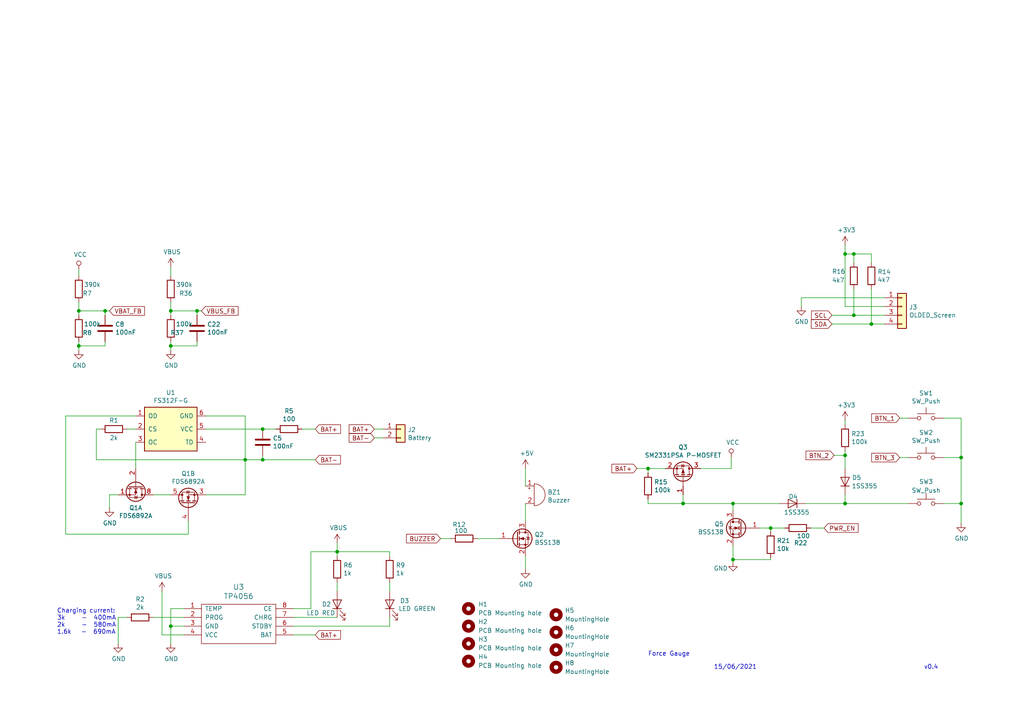
<source format=kicad_sch>
(kicad_sch (version 20230121) (generator eeschema)
  (paper "A4")
  (junction (at 252.73 93.98))
  (junction (at 41.91 259.08))
  (junction (at 41.91 224.79))
  (junction (at 278.765 132.715))
  (junction (at 22.86 100.33))
  (junction (at 212.598 162.306))
  (junction (at 259.08 -57.15))
  (junction (at -96.52 -39.37))
  (junction (at 187.96 135.89))
  (junction (at 222.25 247.65))
  (junction (at 252.73 -40.64))
  (junction (at 222.25 274.32))
  (junction (at 77.47 300.99))
  (junction (at 64.77 236.22))
  (junction (at 49.53 181.61))
  (junction (at 331.47 271.78))
  (junction (at 223.52 153.162))
  (junction (at 259.08 -43.18))
  (junction (at 64.77 270.51))
  (junction (at 248.92 -25.4))
  (junction (at 148.59 297.18))
  (junction (at 318.77 271.78))
  (junction (at -143.256 27.432))
  (junction (at -57.15 22.86))
  (junction (at 245.11 146.05))
  (junction (at -43.18 -30.48))
  (junction (at 64.77 243.84))
  (junction (at 41.91 320.04))
  (junction (at 308.61 246.38))
  (junction (at 201.93 -81.28))
  (junction (at 360.68 246.38))
  (junction (at 318.77 246.38))
  (junction (at 64.77 308.61))
  (junction (at -45.72 13.97))
  (junction (at 247.65 73.66))
  (junction (at -62.23 -54.61))
  (junction (at -85.09 -39.37))
  (junction (at 308.61 271.78))
  (junction (at 349.25 257.81))
  (junction (at -86.106 14.732))
  (junction (at -64.77 -54.61))
  (junction (at 64.77 331.47))
  (junction (at -97.536 45.212))
  (junction (at 77.47 270.51))
  (junction (at -41.91 -16.51))
  (junction (at -97.536 35.052))
  (junction (at 212.09 246.38))
  (junction (at 349.25 246.38))
  (junction (at -69.85 13.97))
  (junction (at -96.52 -54.61))
  (junction (at 64.77 278.13))
  (junction (at -34.29 13.97))
  (junction (at 64.77 300.99))
  (junction (at 57.15 90.17))
  (junction (at -154.686 27.432))
  (junction (at 97.79 160.02))
  (junction (at -85.09 -54.61))
  (junction (at 77.47 331.47))
  (junction (at 64.77 339.09))
  (junction (at 222.25 254))
  (junction (at 245.11 73.66))
  (junction (at 222.25 261.62))
  (junction (at 22.86 90.17))
  (junction (at 49.53 100.33))
  (junction (at -45.72 22.86))
  (junction (at 290.83 246.38))
  (junction (at 49.53 90.17))
  (junction (at 213.36 304.8))
  (junction (at 76.2 124.46))
  (junction (at 245.11 132.08))
  (junction (at 41.91 289.56))
  (junction (at -139.446 43.942))
  (junction (at 71.12 133.35))
  (junction (at -97.536 14.732))
  (junction (at -133.35 -40.64))
  (junction (at 349.25 271.78))
  (junction (at 247.65 91.44))
  (junction (at 163.83 311.15))
  (junction (at 212.598 146.05))
  (junction (at -154.686 14.732))
  (junction (at 320.04 246.38))
  (junction (at 77.47 236.22))
  (junction (at -108.966 14.732))
  (junction (at 222.25 259.08))
  (junction (at 278.765 146.05))
  (junction (at 198.12 146.05))
  (junction (at 372.11 246.38))
  (junction (at 360.68 271.78))
  (junction (at 148.59 -58.42))
  (junction (at 76.2 133.35))
  (junction (at 30.48 90.17))
  (no_connect (at 208.28 281.94))
  (no_connect (at -52.07 -35.56))
  (no_connect (at -72.39 -40.64))
  (no_connect (at -52.07 -33.02))
  (no_connect (at -52.07 -27.94))
  (no_connect (at -52.07 -30.48))
  (wire (pts (xy 71.12 120.65) (xy 71.12 133.35)))
  (wire (pts (xy -86.106 14.732) (xy -86.106 28.702)))
  (wire (pts (xy 245.11 73.66) (xy 247.65 73.66)))
  (wire (pts (xy 77.47 236.22) (xy 77.47 246.38)))
  (wire (pts (xy 208.28 269.24) (xy 212.09 269.24)))
  (wire (pts (xy 71.12 143.51) (xy 71.12 133.35)))
  (wire (pts (xy -108.966 14.732) (xy -108.966 27.432)))
  (wire (pts (xy 27.94 303.53) (xy 43.18 303.53)))
  (wire (pts (xy -24.13 -8.255) (xy -19.685 -8.255)))
  (wire (pts (xy -24.13 -35.56) (xy -24.13 -38.1)))
  (wire (pts (xy -133.35 -40.64) (xy -133.35 -41.91)))
  (wire (pts (xy 290.83 246.38) (xy 288.29 246.38)))
  (wire (pts (xy -24.13 -21.59) (xy -43.18 -21.59)))
  (wire (pts (xy 34.29 306.07) (xy 34.29 307.34)))
  (wire (pts (xy 64.77 278.13) (xy 64.77 280.67)))
  (wire (pts (xy 201.93 -81.28) (xy 215.9 -81.28)))
  (wire (pts (xy 360.68 246.38) (xy 372.11 246.38)))
  (wire (pts (xy 162.56 266.7) (xy 167.64 266.7)))
  (wire (pts (xy 349.25 267.97) (xy 349.25 271.78)))
  (wire (pts (xy 57.15 100.33) (xy 49.53 100.33)))
  (wire (pts (xy 187.96 144.78) (xy 187.96 146.05)))
  (wire (pts (xy 43.18 238.76) (xy 43.18 243.84)))
  (wire (pts (xy 245.11 73.66) (xy 245.11 88.9)))
  (wire (pts (xy 148.59 -76.2) (xy 148.59 -72.39)))
  (wire (pts (xy -64.77 -54.61) (xy -64.77 -48.26)))
  (wire (pts (xy 77.47 270.51) (xy 77.47 280.67)))
  (wire (pts (xy 290.83 271.78) (xy 308.61 271.78)))
  (wire (pts (xy 264.16 257.81) (xy 262.89 257.81)))
  (wire (pts (xy 80.01 124.46) (xy 76.2 124.46)))
  (wire (pts (xy 203.2 135.89) (xy 212.09 135.89)))
  (wire (pts (xy 223.52 153.162) (xy 223.52 154.178)))
  (wire (pts (xy 108.585 127) (xy 111.125 127)))
  (wire (pts (xy 229.87 -40.64) (xy 252.73 -40.64)))
  (wire (pts (xy 162.56 274.32) (xy 167.64 274.32)))
  (wire (pts (xy 90.17 176.53) (xy 85.09 176.53)))
  (wire (pts (xy 208.28 271.78) (xy 212.09 271.78)))
  (wire (pts (xy 308.61 265.43) (xy 308.61 271.78)))
  (wire (pts (xy 43.18 334.01) (xy 43.18 339.09)))
  (wire (pts (xy 148.59 307.34) (xy 148.59 311.15)))
  (wire (pts (xy -85.09 -54.61) (xy -85.09 -49.53)))
  (wire (pts (xy 34.29 259.08) (xy 41.91 259.08)))
  (wire (pts (xy -139.446 35.052) (xy -139.446 43.942)))
  (wire (pts (xy -154.686 8.382) (xy -154.686 14.732)))
  (wire (pts (xy 245.11 132.08) (xy 245.11 135.89)))
  (wire (pts (xy -119.126 14.732) (xy -108.966 14.732)))
  (wire (pts (xy 229.87 -38.1) (xy 234.95 -38.1)))
  (wire (pts (xy 168.91 -50.8) (xy 173.99 -50.8)))
  (wire (pts (xy 49.53 90.17) (xy 49.53 87.63)))
  (wire (pts (xy 308.61 246.38) (xy 318.77 246.38)))
  (wire (pts (xy 34.29 289.56) (xy 41.91 289.56)))
  (wire (pts (xy 229.87 -33.02) (xy 234.95 -33.02)))
  (wire (pts (xy 222.25 289.56) (xy 222.25 274.32)))
  (wire (pts (xy 44.45 179.07) (xy 53.34 179.07)))
  (wire (pts (xy 318.77 246.38) (xy 318.77 257.81)))
  (wire (pts (xy 152.4 135.89) (xy 152.4 140.97)))
  (wire (pts (xy 372.11 243.84) (xy 372.11 246.38)))
  (wire (pts (xy 113.03 161.29) (xy 113.03 160.02)))
  (wire (pts (xy 30.48 91.44) (xy 30.48 90.17)))
  (wire (pts (xy 266.7 -22.86) (xy 248.92 -22.86)))
  (wire (pts (xy 49.53 143.51) (xy 44.45 143.51)))
  (wire (pts (xy -96.52 -39.37) (xy -85.09 -39.37)))
  (wire (pts (xy 162.56 281.94) (xy 167.64 281.94)))
  (wire (pts (xy -97.536 35.052) (xy -108.966 35.052)))
  (wire (pts (xy 212.09 246.38) (xy 241.3 246.38)))
  (wire (pts (xy 260.985 121.285) (xy 263.525 121.285)))
  (wire (pts (xy 57.15 90.17) (xy 58.42 90.17)))
  (wire (pts (xy 148.59 -64.77) (xy 148.59 -58.42)))
  (wire (pts (xy 113.03 168.91) (xy 113.03 171.45)))
  (wire (pts (xy 148.59 -46.99) (xy 148.59 -43.18)))
  (wire (pts (xy 77.47 300.99) (xy 77.47 311.15)))
  (wire (pts (xy 41.91 256.54) (xy 41.91 259.08)))
  (wire (pts (xy 162.56 289.56) (xy 167.64 289.56)))
  (wire (pts (xy 19.05 120.65) (xy 19.05 154.94)))
  (wire (pts (xy 148.59 297.18) (xy 167.64 297.18)))
  (wire (pts (xy -69.85 21.59) (xy -69.85 22.86)))
  (wire (pts (xy 247.65 83.82) (xy 247.65 91.44)))
  (wire (pts (xy 54.61 154.94) (xy 54.61 151.13)))
  (wire (pts (xy 27.94 334.01) (xy 43.18 334.01)))
  (wire (pts (xy -110.49 -54.61) (xy -96.52 -54.61)))
  (wire (pts (xy 303.53 246.38) (xy 308.61 246.38)))
  (wire (pts (xy 59.69 120.65) (xy 71.12 120.65)))
  (wire (pts (xy 278.765 121.285) (xy 273.685 121.285)))
  (wire (pts (xy 77.47 331.47) (xy 80.01 331.47)))
  (wire (pts (xy 152.4 146.05) (xy 152.4 151.13)))
  (wire (pts (xy 241.3 93.98) (xy 252.73 93.98)))
  (wire (pts (xy 201.93 -85.09) (xy 201.93 -81.28)))
  (wire (pts (xy 31.75 143.51) (xy 34.29 143.51)))
  (wire (pts (xy -110.49 -39.37) (xy -110.49 -41.91)))
  (wire (pts (xy 252.73 -57.15) (xy 259.08 -57.15)))
  (wire (pts (xy 85.09 184.15) (xy 91.44 184.15)))
  (wire (pts (xy 22.86 78.232) (xy 22.86 80.01)))
  (wire (pts (xy 229.87 -55.88) (xy 236.22 -55.88)))
  (wire (pts (xy 27.94 270.51) (xy 50.8 270.51)))
  (wire (pts (xy 49.53 90.17) (xy 57.15 90.17)))
  (wire (pts (xy -33.02 -16.51) (xy -31.75 -16.51)))
  (wire (pts (xy -48.26 -40.64) (xy -52.07 -40.64)))
  (wire (pts (xy 90.17 160.02) (xy 97.79 160.02)))
  (wire (pts (xy 22.86 101.6) (xy 22.86 100.33)))
  (wire (pts (xy 241.3 256.54) (xy 241.3 260.35)))
  (wire (pts (xy 27.94 124.46) (xy 27.94 133.35)))
  (wire (pts (xy 208.28 259.08) (xy 222.25 259.08)))
  (wire (pts (xy -86.106 36.322) (xy -86.106 45.212)))
  (wire (pts (xy -34.29 11.43) (xy -34.29 13.97)))
  (wire (pts (xy -46.99 -30.48) (xy -43.18 -30.48)))
  (wire (pts (xy 27.94 236.22) (xy 50.8 236.22)))
  (wire (pts (xy 27.94 298.45) (xy 41.91 298.45)))
  (wire (pts (xy 208.28 307.34) (xy 208.28 311.15)))
  (wire (pts (xy 58.42 236.22) (xy 64.77 236.22)))
  (wire (pts (xy 49.53 77.47) (xy 49.53 80.01)))
  (wire (pts (xy 43.18 308.61) (xy 50.8 308.61)))
  (wire (pts (xy 318.77 265.43) (xy 318.77 271.78)))
  (wire (pts (xy 77.47 331.47) (xy 77.47 341.63)))
  (wire (pts (xy 349.25 257.81) (xy 349.25 260.35)))
  (wire (pts (xy 320.04 246.38) (xy 323.85 246.38)))
  (wire (pts (xy 241.3 246.38) (xy 241.3 248.92)))
  (wire (pts (xy 163.83 311.15) (xy 163.83 317.5)))
  (wire (pts (xy 30.48 90.17) (xy 31.75 90.17)))
  (wire (pts (xy 27.94 336.55) (xy 34.29 336.55)))
  (wire (pts (xy -41.91 -25.4) (xy -24.13 -25.4)))
  (wire (pts (xy 331.47 271.78) (xy 349.25 271.78)))
  (wire (pts (xy 148.59 294.64) (xy 148.59 297.18)))
  (wire (pts (xy -97.536 35.052) (xy -97.536 29.972)))
  (wire (pts (xy 259.08 -46.99) (xy 259.08 -43.18)))
  (wire (pts (xy 208.28 254) (xy 222.25 254)))
  (wire (pts (xy 232.41 88.9) (xy 232.41 86.36)))
  (wire (pts (xy 41.91 317.5) (xy 41.91 320.04)))
  (wire (pts (xy 49.53 176.53) (xy 49.53 181.61)))
  (wire (pts (xy 97.79 160.02) (xy 113.03 160.02)))
  (wire (pts (xy 57.15 99.06) (xy 57.15 100.33)))
  (wire (pts (xy -143.256 27.432) (xy -139.446 27.432)))
  (wire (pts (xy 163.83 259.08) (xy 167.64 259.08)))
  (wire (pts (xy 187.96 135.89) (xy 187.96 137.16)))
  (wire (pts (xy 229.87 -35.56) (xy 234.95 -35.56)))
  (wire (pts (xy 208.28 279.4) (xy 213.36 279.4)))
  (wire (pts (xy 229.87 -25.4) (xy 248.92 -25.4)))
  (wire (pts (xy -154.686 27.432) (xy -143.256 27.432)))
  (wire (pts (xy 22.86 91.44) (xy 22.86 90.17)))
  (wire (pts (xy -110.49 -49.53) (xy -110.49 -54.61)))
  (wire (pts (xy 245.11 143.51) (xy 245.11 146.05)))
  (wire (pts (xy 34.29 336.55) (xy 34.29 337.82)))
  (wire (pts (xy 27.94 233.68) (xy 41.91 233.68)))
  (wire (pts (xy 245.11 123.19) (xy 245.11 121.92)))
  (wire (pts (xy 248.92 -25.4) (xy 250.19 -25.4)))
  (wire (pts (xy 372.11 254) (xy 372.11 246.38)))
  (wire (pts (xy 215.9 -81.28) (xy 215.9 -80.01)))
  (wire (pts (xy 49.53 91.44) (xy 49.53 90.17)))
  (wire (pts (xy 27.94 328.93) (xy 41.91 328.93)))
  (wire (pts (xy 290.83 246.38) (xy 290.83 256.54)))
  (wire (pts (xy 273.685 146.05) (xy 278.765 146.05)))
  (wire (pts (xy 227.33 304.8) (xy 220.98 304.8)))
  (wire (pts (xy -46.99 -16.51) (xy -41.91 -16.51)))
  (wire (pts (xy 212.598 162.306) (xy 223.52 162.306)))
  (wire (pts (xy 97.79 168.91) (xy 97.79 171.45)))
  (wire (pts (xy 39.37 128.27) (xy 39.37 135.89)))
  (wire (pts (xy 58.42 300.99) (xy 64.77 300.99)))
  (wire (pts (xy 212.598 146.05) (xy 212.598 148.082)))
  (wire (pts (xy 49.53 181.61) (xy 53.34 181.61)))
  (wire (pts (xy 252.73 73.66) (xy 252.73 76.2)))
  (wire (pts (xy 259.08 -43.18) (xy 269.24 -43.18)))
  (wire (pts (xy -41.91 -25.4) (xy -41.91 -16.51)))
  (wire (pts (xy 360.68 271.78) (xy 360.68 274.32)))
  (wire (pts (xy 344.17 257.81) (xy 349.25 257.81)))
  (wire (pts (xy 271.78 257.81) (xy 273.05 257.81)))
  (wire (pts (xy 252.73 -40.64) (xy 269.24 -40.64)))
  (wire (pts (xy 34.29 295.91) (xy 34.29 289.56)))
  (wire (pts (xy 229.87 -58.42) (xy 236.22 -58.42)))
  (wire (pts (xy 344.17 248.92) (xy 344.17 257.81)))
  (wire (pts (xy 27.94 331.47) (xy 50.8 331.47)))
  (wire (pts (xy 163.83 299.72) (xy 163.83 311.15)))
  (wire (pts (xy 360.68 271.78) (xy 372.11 271.78)))
  (wire (pts (xy -86.106 45.212) (xy -97.536 45.212)))
  (wire (pts (xy 41.91 297.18) (xy 41.91 298.45)))
  (wire (pts (xy 295.91 246.38) (xy 290.83 246.38)))
  (wire (pts (xy -154.686 43.942) (xy -154.686 38.862)))
  (wire (pts (xy 71.12 133.35) (xy 76.2 133.35)))
  (wire (pts (xy -121.92 -52.07) (xy -125.73 -52.07)))
  (wire (pts (xy -24.13 -11.43) (xy -24.13 -8.255)))
  (wire (pts (xy 187.96 146.05) (xy 198.12 146.05)))
  (wire (pts (xy 245.11 146.05) (xy 263.525 146.05)))
  (wire (pts (xy 58.42 308.61) (xy 64.77 308.61)))
  (wire (pts (xy 198.12 143.51) (xy 198.12 146.05)))
  (wire (pts (xy 219.71 274.32) (xy 222.25 274.32)))
  (wire (pts (xy 58.42 331.47) (xy 64.77 331.47)))
  (wire (pts (xy 229.87 -27.94) (xy 266.7 -27.94)))
  (wire (pts (xy -62.23 -54.61) (xy -62.23 -48.26)))
  (wire (pts (xy 229.87 -48.26) (xy 236.22 -48.26)))
  (wire (pts (xy 245.11 130.81) (xy 245.11 132.08)))
  (wire (pts (xy 229.87 -43.18) (xy 259.08 -43.18)))
  (wire (pts (xy 241.3 91.44) (xy 247.65 91.44)))
  (wire (pts (xy 27.94 238.76) (xy 43.18 238.76)))
  (wire (pts (xy -62.23 -54.61) (xy -60.96 -54.61)))
  (wire (pts (xy 41.91 287.02) (xy 41.91 289.56)))
  (wire (pts (xy 64.77 243.84) (xy 64.77 246.38)))
  (wire (pts (xy 232.41 86.36) (xy 256.54 86.36)))
  (wire (pts (xy 43.18 339.09) (xy 50.8 339.09)))
  (wire (pts (xy 212.09 245.11) (xy 212.09 246.38)))
  (wire (pts (xy 273.05 257.81) (xy 273.05 262.89)))
  (wire (pts (xy -85.09 -39.37) (xy -85.09 -36.83)))
  (wire (pts (xy -43.18 -30.48) (xy -43.18 -21.59)))
  (wire (pts (xy 64.77 270.51) (xy 77.47 270.51)))
  (wire (pts (xy 41.91 327.66) (xy 41.91 328.93)))
  (wire (pts (xy 229.87 248.92) (xy 229.87 247.65)))
  (wire (pts (xy 162.56 284.48) (xy 167.64 284.48)))
  (wire (pts (xy 31.75 147.32) (xy 31.75 143.51)))
  (wire (pts (xy 198.12 146.05) (xy 212.598 146.05)))
  (wire (pts (xy 36.83 124.46) (xy 39.37 124.46)))
  (wire (pts (xy -139.446 43.942) (xy -139.446 47.752)))
  (wire (pts (xy -30.48 -30.48) (xy -31.75 -30.48)))
  (wire (pts (xy 27.94 133.35) (xy 71.12 133.35)))
  (wire (pts (xy 212.09 246.38) (xy 212.09 251.46)))
  (wire (pts (xy 27.94 275.59) (xy 34.29 275.59)))
  (wire (pts (xy 222.25 259.08) (xy 222.25 261.62)))
  (wire (pts (xy 223.52 161.798) (xy 223.52 162.306)))
  (wire (pts (xy 212.598 158.242) (xy 212.598 162.306)))
  (wire (pts (xy 339.09 246.38) (xy 349.25 246.38)))
  (wire (pts (xy 222.25 247.65) (xy 222.25 254)))
  (wire (pts (xy 80.01 339.09) (xy 64.77 339.09)))
  (wire (pts (xy 64.77 300.99) (xy 77.47 300.99)))
  (wire (pts (xy -97.536 14.732) (xy -86.106 14.732)))
  (wire (pts (xy 77.47 270.51) (xy 80.01 270.51)))
  (wire (pts (xy 76.2 133.35) (xy 76.2 132.08)))
  (wire (pts (xy 208.28 289.56) (xy 222.25 289.56)))
  (wire (pts (xy 288.29 246.38) (xy 288.29 242.57)))
  (wire (pts (xy 222.25 245.11) (xy 222.25 247.65)))
  (wire (pts (xy 27.94 326.39) (xy 34.29 326.39)))
  (wire (pts (xy 41.91 232.41) (xy 41.91 233.68)))
  (wire (pts (xy 148.59 299.72) (xy 148.59 297.18)))
  (wire (pts (xy -24.13 -38.1) (xy -17.78 -38.1)))
  (wire (pts (xy 213.36 304.8) (xy 213.36 311.15)))
  (wire (pts (xy -108.966 14.732) (xy -107.696 14.732)))
  (wire (pts (xy -133.35 -36.83) (xy -133.35 -40.64)))
  (wire (pts (xy 27.94 273.05) (xy 43.18 273.05)))
  (wire (pts (xy 34.29 320.04) (xy 41.91 320.04)))
  (wire (pts (xy 212.09 132.715) (xy 212.09 135.89)))
  (wire (pts (xy 223.52 153.162) (xy 227.584 153.162)))
  (wire (pts (xy 220.98 304.8) (xy 220.98 299.72)))
  (wire (pts (xy 148.59 311.15) (xy 163.83 311.15)))
  (wire (pts (xy 162.56 292.1) (xy 167.64 292.1)))
  (wire (pts (xy 77.47 236.22) (xy 80.01 236.22)))
  (wire (pts (xy 278.765 132.715) (xy 278.765 146.05)))
  (wire (pts (xy 167.64 299.72) (xy 163.83 299.72)))
  (wire (pts (xy 247.65 73.66) (xy 252.73 73.66)))
  (wire (pts (xy -96.52 -41.91) (xy -96.52 -39.37)))
  (wire (pts (xy 36.83 179.07) (xy 34.29 179.07)))
  (wire (pts (xy 278.765 132.715) (xy 278.765 121.285)))
  (wire (pts (xy 247.65 73.66) (xy 247.65 76.2)))
  (wire (pts (xy 97.79 160.02) (xy 97.79 161.29)))
  (wire (pts (xy -43.18 -30.48) (xy -38.1 -30.48)))
  (wire (pts (xy 360.68 254) (xy 360.68 246.38)))
  (wire (pts (xy 22.86 90.17) (xy 30.48 90.17)))
  (wire (pts (xy 220.218 153.162) (xy 223.52 153.162)))
  (wire (pts (xy -57.15 22.86) (xy -57.15 26.67)))
  (wire (pts (xy 57.15 91.44) (xy 57.15 90.17)))
  (wire (pts (xy 97.79 179.07) (xy 85.09 179.07)))
  (wire (pts (xy 85.09 181.61) (xy 113.03 181.61)))
  (wire (pts (xy 34.29 241.3) (xy 34.29 242.57)))
  (wire (pts (xy -85.09 -41.91) (xy -85.09 -39.37)))
  (wire (pts (xy 64.77 308.61) (xy 64.77 311.15)))
  (wire (pts (xy -154.686 43.942) (xy -139.446 43.942)))
  (wire (pts (xy 152.4 161.29) (xy 152.4 165.1)))
  (wire (pts (xy 162.56 269.24) (xy 167.64 269.24)))
  (wire (pts (xy 27.94 295.91) (xy 34.29 295.91)))
  (wire (pts (xy -52.07 -22.86) (xy -46.99 -22.86)))
  (wire (pts (xy 259.08 -57.15) (xy 259.08 -54.61)))
  (wire (pts (xy -97.536 22.352) (xy -97.536 14.732)))
  (wire (pts (xy 34.29 231.14) (xy 34.29 224.79)))
  (wire (pts (xy 241.935 132.08) (xy 245.11 132.08)))
  (wire (pts (xy 278.765 146.05) (xy 278.765 151.765)))
  (wire (pts (xy 184.785 135.89) (xy 187.96 135.89)))
  (wire (pts (xy 349.25 271.78) (xy 360.68 271.78)))
  (wire (pts (xy -154.686 14.732) (xy -154.686 27.432)))
  (wire (pts (xy 30.48 99.06) (xy 30.48 100.33)))
  (wire (pts (xy 212.598 146.05) (xy 226.06 146.05)))
  (wire (pts (xy -96.52 -54.61) (xy -85.09 -54.61)))
  (wire (pts (xy 229.87 247.65) (xy 222.25 247.65)))
  (wire (pts (xy 248.92 -22.86) (xy 248.92 -25.4)))
  (wire (pts (xy 245.11 88.9) (xy 256.54 88.9)))
  (wire (pts (xy 229.87 256.54) (xy 229.87 260.35)))
  (wire (pts (xy -121.92 -49.53) (xy -125.73 -49.53)))
  (wire (pts (xy 323.85 248.92) (xy 320.04 248.92)))
  (wire (pts (xy 220.98 299.72) (xy 208.28 299.72)))
  (wire (pts (xy 252.73 -46.99) (xy 252.73 -40.64)))
  (wire (pts (xy 360.68 261.62) (xy 360.68 271.78)))
  (wire (pts (xy 229.87 -22.86) (xy 234.95 -22.86)))
  (wire (pts (xy 58.42 278.13) (xy 64.77 278.13)))
  (wire (pts (xy -57.15 22.86) (xy -57.15 21.59)))
  (wire (pts (xy 64.77 339.09) (xy 64.77 341.63)))
  (wire (pts (xy 215.9 -72.39) (xy 215.9 -71.12)))
  (wire (pts (xy -97.536 35.052) (xy -97.536 36.322)))
  (wire (pts (xy 80.01 308.61) (xy 64.77 308.61)))
  (wire (pts (xy 39.37 120.65) (xy 19.05 120.65)))
  (wire (pts (xy -135.89 -41.91) (xy -135.89 -40.64)))
  (wire (pts (xy -45.72 13.97) (xy -34.29 13.97)))
  (wire (pts (xy -100.076 14.732) (xy -97.536 14.732)))
  (wire (pts (xy -46.99 -22.86) (xy -46.99 -16.51)))
  (wire (pts (xy 34.29 265.43) (xy 34.29 259.08)))
  (wire (pts (xy 64.77 331.47) (xy 77.47 331.47)))
  (wire (pts (xy 208.28 304.8) (xy 213.36 304.8)))
  (wire (pts (xy -97.536 43.942) (xy -97.536 45.212)))
  (wire (pts (xy -69.85 11.43) (xy -69.85 13.97)))
  (wire (pts (xy -36.83 -40.64) (xy -40.64 -40.64)))
  (wire (pts (xy -41.91 -16.51) (xy -40.64 -16.51)))
  (wire (pts (xy 59.69 124.46) (xy 76.2 124.46)))
  (wire (pts (xy -45.72 22.86) (xy -34.29 22.86)))
  (wire (pts (xy -40.64 -43.18) (xy -36.83 -43.18)))
  (wire (pts (xy 27.94 267.97) (xy 41.91 267.97)))
  (wire (pts (xy -69.85 22.86) (xy -57.15 22.86)))
  (wire (pts (xy 308.61 246.38) (xy 308.61 257.81)))
  (wire (pts (xy 229.87 -50.8) (xy 236.22 -50.8)))
  (wire (pts (xy -139.446 31.242) (xy -143.256 31.242)))
  (wire (pts (xy 34.29 275.59) (xy 34.29 276.86)))
  (wire (pts (xy 22.86 90.17) (xy 22.86 87.63)))
  (wire (pts (xy 162.56 276.86) (xy 167.64 276.86)))
  (wire (pts (xy 30.48 100.33) (xy 22.86 100.33)))
  (wire (pts (xy -34.29 22.86) (xy -34.29 21.59)))
  (wire (pts (xy 64.77 243.84) (xy 80.01 243.84)))
  (wire (pts (xy 58.42 270.51) (xy 64.77 270.51)))
  (wire (pts (xy 59.69 143.51) (xy 71.12 143.51)))
  (wire (pts (xy 113.03 181.61) (xy 113.03 179.07)))
  (wire (pts (xy 372.11 271.78) (xy 372.11 261.62)))
  (wire (pts (xy 290.83 264.16) (xy 290.83 271.78)))
  (wire (pts (xy 252.73 83.82) (xy 252.73 93.98)))
  (wire (pts (xy 222.25 261.62) (xy 222.25 274.32)))
  (wire (pts (xy -86.106 14.732) (xy -86.106 12.192)))
  (wire (pts (xy 349.25 256.54) (xy 349.25 257.81)))
  (wire (pts (xy 262.89 257.81) (xy 262.89 262.89)))
  (wire (pts (xy 349.25 246.38) (xy 349.25 248.92)))
  (wire (pts (xy -60.96 -57.785) (xy -60.96 -54.61)))
  (wire (pts (xy 27.94 241.3) (xy 34.29 241.3)))
  (wire (pts (xy -48.26 -43.18) (xy -52.07 -43.18)))
  (wire (pts (xy 19.05 154.94) (xy 54.61 154.94)))
  (wire (pts (xy 87.63 124.46) (xy 91.44 124.46)))
  (wire (pts (xy 339.09 248.92) (xy 344.17 248.92)))
  (wire (pts (xy -52.07 -25.4) (xy -46.99 -25.4)))
  (wire (pts (xy -69.85 13.97) (xy -64.77 13.97)))
  (wire (pts (xy 222.25 254) (xy 222.25 259.08)))
  (wire (pts (xy 168.91 -48.26) (xy 173.99 -48.26)))
  (wire (pts (xy -96.52 -39.37) (xy -110.49 -39.37)))
  (wire (pts (xy 138.43 156.21) (xy 144.78 156.21)))
  (wire (pts (xy 252.73 -54.61) (xy 252.73 -57.15)))
  (wire (pts (xy -143.256 31.242) (xy -143.256 27.432)))
  (wire (pts (xy 163.83 261.62) (xy 167.64 261.62)))
  (wire (pts (xy -64.77 -54.61) (xy -62.23 -54.61)))
  (wire (pts (xy 308.61 271.78) (xy 318.77 271.78)))
  (wire (pts (xy 331.47 256.54) (xy 331.47 271.78)))
  (wire (pts (xy -119.38 -59.69) (xy -119.38 -57.15)))
  (wire (pts (xy 27.94 231.14) (xy 34.29 231.14)))
  (wire (pts (xy 22.86 100.33) (xy 22.86 99.06)))
  (wire (pts (xy 247.65 91.44) (xy 256.54 91.44)))
  (wire (pts (xy 349.25 246.38) (xy 360.68 246.38)))
  (wire (pts (xy 41.91 222.25) (xy 41.91 224.79)))
  (wire (pts (xy 320.04 248.92) (xy 320.04 246.38)))
  (wire (pts (xy 201.93 -17.78) (xy 201.93 -10.16)))
  (wire (pts (xy 148.59 -58.42) (xy 173.99 -58.42)))
  (wire (pts (xy -154.686 14.732) (xy -126.746 14.732)))
  (wire (pts (xy 208.28 261.62) (xy 222.25 261.62)))
  (wire (pts (xy 43.18 278.13) (xy 50.8 278.13)))
  (wire (pts (xy 187.96 135.89) (xy 193.04 135.89)))
  (wire (pts (xy 212.598 162.306) (xy 212.598 163.068)))
  (wire (pts (xy 43.18 243.84) (xy 50.8 243.84)))
  (wire (pts (xy 233.68 146.05) (xy 245.11 146.05)))
  (wire (pts (xy -62.23 -17.78) (xy -62.23 -15.24)))
  (wire (pts (xy -96.52 -54.61) (xy -96.52 -49.53)))
  (wire (pts (xy 208.28 274.32) (xy 212.09 274.32)))
  (wire (pts (xy 27.94 124.46) (xy 29.21 124.46)))
  (wire (pts (xy 58.42 339.09) (xy 64.77 339.09)))
  (wire (pts (xy 108.585 124.46) (xy 111.125 124.46)))
  (wire (pts (xy 64.77 236.22) (xy 77.47 236.22)))
  (wire (pts (xy 49.53 100.33) (xy 49.53 99.06)))
  (wire (pts (xy 43.18 303.53) (xy 43.18 308.61)))
  (wire (pts (xy 208.28 297.18) (xy 227.33 297.18)))
  (wire (pts (xy -97.536 45.212) (xy -97.536 46.482)))
  (wire (pts (xy -46.99 -25.4) (xy -46.99 -30.48)))
  (wire (pts (xy 27.94 265.43) (xy 34.29 265.43)))
  (wire (pts (xy 318.77 271.78) (xy 331.47 271.78)))
  (wire (pts (xy 148.59 -58.42) (xy 148.59 -54.61)))
  (wire (pts (xy 34.29 224.79) (xy 41.91 224.79)))
  (wire (pts (xy -85.09 -54.61) (xy -64.77 -54.61)))
  (wire (pts (xy 260.985 132.715) (xy 263.525 132.715)))
  (wire (pts (xy 46.99 171.45) (xy 46.99 184.15)))
  (wire (pts (xy -119.38 -57.15) (xy -125.73 -57.15)))
  (wire (pts (xy 252.73 93.98) (xy 256.54 93.98)))
  (wire (pts (xy 58.42 243.84) (xy 64.77 243.84)))
  (wire (pts (xy 90.17 160.02) (xy 90.17 176.53)))
  (wire (pts (xy -49.53 13.97) (xy -45.72 13.97)))
  (wire (pts (xy 27.94 306.07) (xy 34.29 306.07)))
  (wire (pts (xy -45.72 21.59) (xy -45.72 22.86)))
  (wire (pts (xy 49.53 101.6) (xy 49.53 100.33)))
  (wire (pts (xy 143.51 -58.42) (xy 148.59 -58.42)))
  (wire (pts (xy 212.09 251.46) (xy 208.28 251.46)))
  (wire (pts (xy 97.79 157.48) (xy 97.79 160.02)))
  (wire (pts (xy 235.204 153.162) (xy 239.014 153.162)))
  (wire (pts (xy 46.99 184.15) (xy 53.34 184.15)))
  (wire (pts (xy -135.89 -40.64) (xy -133.35 -40.64)))
  (wire (pts (xy 34.29 179.07) (xy 34.29 186.69)))
  (wire (pts (xy 80.01 278.13) (xy 64.77 278.13)))
  (wire (pts (xy 127.762 156.21) (xy 130.81 156.21)))
  (wire (pts (xy 27.94 300.99) (xy 50.8 300.99)))
  (wire (pts (xy 201.93 -81.28) (xy 201.93 -63.5)))
  (wire (pts (xy 49.53 181.61) (xy 49.53 186.69)))
  (wire (pts (xy 34.29 326.39) (xy 34.29 320.04)))
  (wire (pts (xy -154.686 27.432) (xy -154.686 31.242)))
  (wire (pts (xy 76.2 133.35) (xy 91.44 133.35)))
  (wire (pts (xy 245.11 71.12) (xy 245.11 73.66)))
  (wire (pts (xy 213.36 304.8) (xy 213.36 279.4)))
  (wire (pts (xy 229.87 -30.48) (xy 234.95 -30.48)))
  (wire (pts (xy 259.08 -58.42) (xy 259.08 -57.15)))
  (wire (pts (xy 49.53 176.53) (xy 53.34 176.53)))
  (wire (pts (xy 41.91 266.7) (xy 41.91 267.97)))
  (wire (pts (xy 278.765 132.715) (xy 273.685 132.715)))
  (wire (pts (xy -45.72 22.86) (xy -57.15 22.86)))
  (wire (pts (xy 318.77 246.38) (xy 320.04 246.38)))
  (wire (pts (xy 77.47 300.99) (xy 80.01 300.99)))
  (wire (pts (xy 43.18 273.05) (xy 43.18 278.13)))
  (text "15/06/2021\n" (at 207.01 194.31 0) (effects (font (size 1.27 1.27)) (justify left bottom)))
  (text "v0.4" (at 267.97 194.31 0) (effects (font (size 1.27 1.27)) (justify left bottom)))
  (text "Charging current:\n3k     -  400mA\n2k     -  580mA\n1.6k   -  690mA" (at 16.51 184.15 0) (effects (font (size 1.27 1.27)) (justify left bottom)))
  (text "Force Gauge" (at 187.96 190.5 0) (effects (font (size 1.27 1.27)) (justify left bottom)))
  (global_label "CLK" (shape input) (at 212.09 271.78 0) (property "Intersheetrefs" "${INTERSHEET_REFS}" (effects hide)))
  (global_label "A3-" (shape input) (at 80.01 308.61 0) (property "Intersheetrefs" "${INTERSHEET_REFS}" (effects hide)))
  (global_label "D+" (shape input) (at -121.92 -52.07 0) (property "Intersheetrefs" "${INTERSHEET_REFS}" (effects hide)))
  (global_label "BTN_1" (shape input) (at 260.985 121.285 180) (property "Intersheetrefs" "${INTERSHEET_REFS}" (effects hide)))
  (global_label "TXD" (shape input) (at 236.22 -55.88 0) (property "Intersheetrefs" "${INTERSHEET_REFS}" (effects hide)))
  (global_label "SCL" (shape input) (at 241.3 91.44 180) (property "Intersheetrefs" "${INTERSHEET_REFS}" (effects hide)))
  (global_label "DOUT" (shape input) (at 234.95 -30.48 0) (property "Intersheetrefs" "${INTERSHEET_REFS}" (effects hide)))
  (global_label "BAT-" (shape input) (at 91.44 133.35 0) (property "Intersheetrefs" "${INTERSHEET_REFS}" (effects hide)))
  (global_label "A3-" (shape input) (at 162.56 284.48 180) (property "Intersheetrefs" "${INTERSHEET_REFS}" (effects hide)))
  (global_label "MUX0" (shape input) (at 163.83 259.08 180) (property "Intersheetrefs" "${INTERSHEET_REFS}" (effects hide)))
  (global_label "CLK" (shape input) (at 234.95 -33.02 0) (property "Intersheetrefs" "${INTERSHEET_REFS}" (effects hide)))
  (global_label "RXD" (shape input) (at 236.22 -58.42 0) (property "Intersheetrefs" "${INTERSHEET_REFS}" (effects hide)))
  (global_label "A3+" (shape input) (at 80.01 300.99 0) (property "Intersheetrefs" "${INTERSHEET_REFS}" (effects hide)))
  (global_label "D+" (shape input) (at -72.39 -35.56 180) (property "Intersheetrefs" "${INTERSHEET_REFS}" (effects hide)))
  (global_label "SDA" (shape input) (at 241.3 93.98 180) (property "Intersheetrefs" "${INTERSHEET_REFS}" (effects hide)))
  (global_label "A2+" (shape input) (at 80.01 270.51 0) (property "Intersheetrefs" "${INTERSHEET_REFS}" (effects hide)))
  (global_label "MUX0" (shape input) (at 234.95 -38.1 0) (property "Intersheetrefs" "${INTERSHEET_REFS}" (effects hide)))
  (global_label "SCL" (shape input) (at 266.7 -22.86 0) (property "Intersheetrefs" "${INTERSHEET_REFS}" (effects hide)))
  (global_label "ESP32_EN" (shape input) (at -17.78 -38.1 0) (property "Intersheetrefs" "${INTERSHEET_REFS}" (effects hide)))
  (global_label "RXD" (shape input) (at -36.83 -43.18 0) (property "Intersheetrefs" "${INTERSHEET_REFS}" (effects hide)))
  (global_label "A2+" (shape input) (at 162.56 274.32 180) (property "Intersheetrefs" "${INTERSHEET_REFS}" (effects hide)))
  (global_label "A4+" (shape input) (at 80.01 331.47 0) (property "Intersheetrefs" "${INTERSHEET_REFS}" (effects hide)))
  (global_label "DOUT" (shape input) (at 212.09 269.24 0) (property "Intersheetrefs" "${INTERSHEET_REFS}" (effects hide)))
  (global_label "A1-" (shape input) (at 162.56 269.24 180) (property "Intersheetrefs" "${INTERSHEET_REFS}" (effects hide)))
  (global_label "D-" (shape input) (at -72.39 -33.02 180) (property "Intersheetrefs" "${INTERSHEET_REFS}" (effects hide)))
  (global_label "BAT+" (shape input) (at 184.785 135.89 180) (property "Intersheetrefs" "${INTERSHEET_REFS}" (effects hide)))
  (global_label "ESP32_EN" (shape input) (at 143.51 -58.42 180) (property "Intersheetrefs" "${INTERSHEET_REFS}" (effects hide)))
  (global_label "ESP32_IO9" (shape input) (at 250.19 -25.4 0) (property "Intersheetrefs" "${INTERSHEET_REFS}" (effects hide)))
  (global_label "BAT+" (shape input) (at 108.585 124.46 180) (property "Intersheetrefs" "${INTERSHEET_REFS}" (effects hide)))
  (global_label "BTN_2" (shape input) (at 236.22 -50.8 0) (property "Intersheetrefs" "${INTERSHEET_REFS}" (effects hide)))
  (global_label "VBUS_FB" (shape input) (at 168.91 -48.26 180) (property "Intersheetrefs" "${INTERSHEET_REFS}" (effects hide)))
  (global_label "TXD" (shape input) (at -36.83 -40.64 0) (property "Intersheetrefs" "${INTERSHEET_REFS}" (effects hide)))
  (global_label "A1+" (shape input) (at 162.56 266.7 180) (property "Intersheetrefs" "${INTERSHEET_REFS}" (effects hide)))
  (global_label "BAT+" (shape input) (at 91.44 124.46 0) (property "Intersheetrefs" "${INTERSHEET_REFS}" (effects hide)))
  (global_label "A1-" (shape input) (at 80.01 243.84 0) (property "Intersheetrefs" "${INTERSHEET_REFS}" (effects hide)))
  (global_label "BTN_2" (shape input) (at 241.935 132.08 180) (property "Intersheetrefs" "${INTERSHEET_REFS}" (effects hide)))
  (global_label "BUZZER" (shape input) (at 234.95 -22.86 0) (property "Intersheetrefs" "${INTERSHEET_REFS}" (effects hide)))
  (global_label "VBAT_FB" (shape input) (at 168.91 -50.8 180) (property "Intersheetrefs" "${INTERSHEET_REFS}" (effects hide)))
  (global_label "SDA" (shape input) (at 266.7 -27.94 0) (property "Intersheetrefs" "${INTERSHEET_REFS}" (effects hide)))
  (global_label "PWR_EN" (shape input) (at 236.22 -48.26 0) (property "Intersheetrefs" "${INTERSHEET_REFS}" (effects hide)))
  (global_label "PWR_EN" (shape input) (at 239.014 153.162 0) (property "Intersheetrefs" "${INTERSHEET_REFS}" (effects hide)))
  (global_label "A1+" (shape input) (at 80.01 236.22 0) (property "Intersheetrefs" "${INTERSHEET_REFS}" (effects hide)))
  (global_label "BTN_3" (shape input) (at 260.985 132.715 180) (property "Intersheetrefs" "${INTERSHEET_REFS}" (effects hide)))
  (global_label "MUX1" (shape input) (at 163.83 261.62 180) (property "Intersheetrefs" "${INTERSHEET_REFS}" (effects hide)))
  (global_label "VBAT_FB" (shape input) (at 31.75 90.17 0) (property "Intersheetrefs" "${INTERSHEET_REFS}" (effects hide)))
  (global_label "A4-" (shape input) (at 80.01 339.09 0) (property "Intersheetrefs" "${INTERSHEET_REFS}" (effects hide)))
  (global_label "BAT-" (shape input) (at 108.585 127 180) (property "Intersheetrefs" "${INTERSHEET_REFS}" (effects hide)))
  (global_label "A3+" (shape input) (at 162.56 281.94 180) (property "Intersheetrefs" "${INTERSHEET_REFS}" (effects hide)))
  (global_label "MUX1" (shape input) (at 234.95 -35.56 0) (property "Intersheetrefs" "${INTERSHEET_REFS}" (effects hide)))
  (global_label "BUZZER" (shape input) (at 127.762 156.21 180) (property "Intersheetrefs" "${INTERSHEET_REFS}" (effects hide)))
  (global_label "A4-" (shape input) (at 162.56 292.1 180) (property "Intersheetrefs" "${INTERSHEET_REFS}" (effects hide)))
  (global_label "BTN_3" (shape input) (at 269.24 -43.18 0) (property "Intersheetrefs" "${INTERSHEET_REFS}" (effects hide)))
  (global_label "BAT+" (shape input) (at 91.44 184.15 0) (property "Intersheetrefs" "${INTERSHEET_REFS}" (effects hide)))
  (global_label "BTN_1" (shape input) (at 269.24 -40.64 0) (property "Intersheetrefs" "${INTERSHEET_REFS}" (effects hide)))
  (global_label "D-" (shape input) (at -121.92 -49.53 0) (property "Intersheetrefs" "${INTERSHEET_REFS}" (effects hide)))
  (global_label "A2-" (shape input) (at 80.01 278.13 0) (property "Intersheetrefs" "${INTERSHEET_REFS}" (effects hide)))
  (global_label "VBUS_FB" (shape input) (at 58.42 90.17 0) (property "Intersheetrefs" "${INTERSHEET_REFS}" (effects hide)))
  (global_label "ESP32_IO9" (shape input) (at -19.685 -8.255 0) (property "Intersheetrefs" "${INTERSHEET_REFS}" (effects hide)))
  (global_label "A2-" (shape input) (at 162.56 276.86 180) (property "Intersheetrefs" "${INTERSHEET_REFS}" (effects hide)))
  (global_label "A4+" (shape input) (at 162.56 289.56 180) (property "Intersheetrefs" "${INTERSHEET_REFS}" (effects hide)))
  (symbol (lib_id "Device:D") (at 229.87 146.05 180) (unit 1)
    (property "Reference" "D4" (at 228.7016 144.0434 0) (effects (justify right)))
    (property "Value" "1SS355" (at 227.33 148.59 0) (effects (justify right)))
    (property "Footprint" "Diode_SMD:D_SOD-323_HandSoldering" (effects hide))
    (property "Datasheet" "https://datasheet.lcsc.com/lcsc/2010131837_ZRE-1SS355-A_C779741.pdf" (effects hide))
  )
  (symbol (lib_id "Device:R") (at 113.03 165.1 180) (unit 1)
    (property "Reference" "R9" (at 114.808 163.9316 0) (effects (justify right)))
    (property "Value" "1k" (at 114.808 166.243 0) (effects (justify right)))
    (property "Footprint" "Resistor_SMD:R_0603_1608Metric" (effects hide))
  )
  (symbol (lib_id "Connector:USB_B_Micro") (at -133.35 -52.07 0) (unit 1)
    (property "Reference" "J1" (at -131.9022 -63.9318 0))
    (property "Value" "USB_B_Micro" (at -131.9022 -61.6204 0))
    (property "Footprint" "Connector_USB:USB_Micro-B_Wuerth_629105150521_CircularHoles" (effects hide))
    (property "Datasheet" "https://datasheet.lcsc.com/lcsc/2002271812_XKB-Enterprise-U254-051N-4BH806_C319170.pdf" (effects hide))
    (property "Order" "https://lcsc.com/product-detail/USB-Connectors_XKB-Connectivity-U254-051N-4BH806_C319170.html" (effects hide))
  )
  (symbol (lib_id "Device:R") (at 252.73 80.01 180) (unit 1)
    (property "Reference" "R14" (at 254.508 78.8416 0) (effects (justify right)))
    (property "Value" "4k7" (at 254.508 81.153 0) (effects (justify right)))
    (property "Footprint" "Resistor_SMD:R_0603_1608Metric" (effects hide))
  )
  (symbol (lib_id "power:+5V") (at 288.29 242.57 0) (unit 1)
    (property "Reference" "#PWR065" (effects hide))
    (property "Value" "+5V" (at 288.671 238.1758 0))
  )
  (symbol (lib_id "Mechanical:MountingHole") (at 135.89 191.77 0) (unit 1)
    (property "Reference" "H4" (at 138.684 190.4999 0) (effects (justify left)))
    (property "Value" "PCB Mounting hole" (at 138.684 193.0399 0) (effects (justify left)))
    (property "Footprint" "MountingHole:MountingHole_3.2mm_M3" (effects hide))
  )
  (symbol (lib_id "power:GND") (at 148.59 -43.18 0) (unit 1)
    (property "Reference" "#PWR047" (effects hide))
    (property "Value" "GND" (at 148.717 -38.7858 0))
  )
  (symbol (lib_id "power:+3.3VA") (at 148.59 294.64 0) (unit 1)
    (property "Reference" "#PWR056" (effects hide))
    (property "Value" "+3.3VA" (at 148.59 289.56 0))
  )
  (symbol (lib_id "Device:C") (at -96.52 -45.72 0) (unit 1)
    (property "Reference" "C3" (at -100.33 -46.99 0) (effects (justify left)))
    (property "Value" "100nF" (at -102.87 -43.18 0) (effects (justify left)))
    (property "Footprint" "Capacitor_SMD:C_0603_1608Metric" (effects hide))
  )
  (symbol (lib_id "power:GNDA") (at 64.77 288.29 0) (unit 1)
    (property "Reference" "#PWR049" (effects hide))
    (property "Value" "GNDA" (at 64.77 293.37 0))
  )
  (symbol (lib_id "Device:Buzzer") (at 154.94 143.51 0) (unit 1)
    (property "Reference" "BZ1" (at 158.8008 142.7734 0) (effects (justify left)))
    (property "Value" "Buzzer" (at 158.8008 145.0848 0) (effects (justify left)))
    (property "Footprint" "Buzzer_Beeper:Buzzer_12x9.5RM7.6" (effects hide))
    (property "Order" "https://www.aliexpress.com/item/32914327679.html?spm=a2g0s.9042311.0.0.7b9a4c4dTZZxJg" (effects hide))
  )
  (symbol (lib_id "Interface_USB:CH340C") (at -62.23 -33.02 0) (unit 1)
    (property "Reference" "U9" (at -60.2741 -17.145 0) (effects (justify left)))
    (property "Value" "CH340C" (at -60.2741 -14.605 0) (effects (justify left)))
    (property "Footprint" "Package_SO:SOIC-16_3.9x9.9mm_P1.27mm" (effects hide))
    (property "Datasheet" "https://datasheet.lcsc.com/szlcsc/Jiangsu-Qin-Heng-CH340C_C84681.pdf" (effects hide))
  )
  (symbol (lib_id "power:+3V3") (at -60.96 -57.785 0) (unit 1)
    (property "Reference" "#PWR012" (effects hide))
    (property "Value" "+3V3" (at -60.579 -62.1792 0))
  )
  (symbol (lib_id "power:GNDA") (at 64.77 318.77 0) (unit 1)
    (property "Reference" "#PWR061" (effects hide))
    (property "Value" "GNDA" (at 64.77 323.85 0))
  )
  (symbol (lib_id "Device:C") (at 77.47 345.44 0) (unit 1)
    (property "Reference" "C36" (at 80.391 344.2716 0) (effects (justify left)))
    (property "Value" "100nF" (at 80.391 346.583 0) (effects (justify left)))
    (property "Footprint" "Capacitor_SMD:C_0603_1608Metric" (effects hide))
  )
  (symbol (lib_id "power:GND") (at 201.93 -10.16 0) (unit 1)
    (property "Reference" "#PWR046" (effects hide))
    (property "Value" "GND" (at 202.057 -5.7658 0))
  )
  (symbol (lib_id "Device:Q_PMOS_GSD") (at 198.12 138.43 270) (mirror x) (unit 1)
    (property "Reference" "Q3" (at 198.12 129.7432 90))
    (property "Value" "SM2331PSA P-MOSFET" (at 198.12 132.0546 90))
    (property "Footprint" "Package_TO_SOT_SMD:SOT-23" (effects hide))
    (property "Datasheet" "https://datasheet.lcsc.com/lcsc/1908282002_Sinopower-Semicon-SM2331PSAC-TRG_C368562.pdf" (effects hide))
  )
  (symbol (lib_id "Device:R") (at 54.61 278.13 90) (unit 1)
    (property "Reference" "R18" (at 55.88 275.59 90) (effects (justify right)))
    (property "Value" "1k" (at 52.07 275.59 90) (effects (justify right)))
    (property "Footprint" "Resistor_SMD:R_0603_1608Metric" (effects hide))
  )
  (symbol (lib_id "power:+5V") (at -86.106 12.192 0) (unit 1)
    (property "Reference" "#PWR011" (effects hide))
    (property "Value" "+5V" (at -85.725 7.7978 0))
  )
  (symbol (lib_id "Device:R") (at 148.59 -68.58 0) (unit 1)
    (property "Reference" "R31" (at 153.416 -69.342 0) (effects (justify right)))
    (property "Value" "10k" (at 153.162 -67.31 0) (effects (justify right)))
    (property "Footprint" "Resistor_SMD:R_0603_1608Metric" (effects hide))
  )
  (symbol (lib_id "power:GND") (at -133.35 -36.83 0) (unit 1)
    (property "Reference" "#PWR02" (effects hide))
    (property "Value" "GND" (at -133.223 -32.4358 0))
  )
  (symbol (lib_id "Device:C") (at 64.77 274.32 0) (unit 1)
    (property "Reference" "C14" (at 67.691 273.1516 0) (effects (justify left)))
    (property "Value" "100nF" (at 67.691 275.463 0) (effects (justify left)))
    (property "Footprint" "Capacitor_SMD:C_0603_1608Metric" (effects hide))
  )
  (symbol (lib_id "power:GND") (at 34.29 337.82 0) (unit 1)
    (property "Reference" "#PWR042" (effects hide))
    (property "Value" "GND" (at 34.417 342.2142 0))
  )
  (symbol (lib_id "Transistor_FET:BSS138") (at 215.138 153.162 0) (mirror y) (unit 1)
    (property "Reference" "Q5" (at 209.9564 151.9936 0) (effects (justify left)))
    (property "Value" "BSS138" (at 209.9564 154.305 0) (effects (justify left)))
    (property "Footprint" "Package_TO_SOT_SMD:SOT-23" (effects hide))
    (property "Datasheet" "https://www.fairchildsemi.com/datasheets/BS/BSS138.pdf" (effects hide))
  )
  (symbol (lib_id "power:+3V3") (at 245.11 71.12 0) (unit 1)
    (property "Reference" "#PWR020" (effects hide))
    (property "Value" "+3V3" (at 245.491 66.7258 0))
  )
  (symbol (lib_id "Device:R") (at 54.61 236.22 90) (unit 1)
    (property "Reference" "R29" (at 55.88 233.68 90) (effects (justify right)))
    (property "Value" "1k" (at 52.07 233.68 90) (effects (justify right)))
    (property "Footprint" "Resistor_SMD:R_0603_1608Metric" (effects hide))
  )
  (symbol (lib_id "Device:R") (at -44.45 -40.64 90) (unit 1)
    (property "Reference" "R11" (at -41.91 -38.1 90) (effects (justify right)))
    (property "Value" "470R" (at -48.26 -38.1 90) (effects (justify right)))
    (property "Footprint" "Resistor_SMD:R_0603_1608Metric" (effects hide))
  )
  (symbol (lib_id "power:VCC") (at 212.09 132.715 0) (unit 1)
    (property "Reference" "#PWR028" (effects hide))
    (property "Value" "VCC" (at 212.5218 128.3208 0))
  )
  (symbol (lib_id "Mechanical:MountingHole") (at 135.89 186.69 0) (unit 1)
    (property "Reference" "H3" (at 138.684 185.4199 0) (effects (justify left)))
    (property "Value" "PCB Mounting hole" (at 138.684 187.9599 0) (effects (justify left)))
    (property "Footprint" "MountingHole:MountingHole_3.2mm_M3" (effects hide))
  )
  (symbol (lib_id "Device:R") (at 54.61 270.51 90) (unit 1)
    (property "Reference" "R17" (at 55.88 267.97 90) (effects (justify right)))
    (property "Value" "1k" (at 52.07 267.97 90) (effects (justify right)))
    (property "Footprint" "Resistor_SMD:R_0603_1608Metric" (effects hide))
  )
  (symbol (lib_id "Connector_Generic:Conn_01x05") (at 22.86 236.22 0) (mirror y) (unit 1)
    (property "Reference" "J10" (at 22.86 247.65 0))
    (property "Value" "Conn_01x05" (at 22.86 245.11 0))
    (property "Footprint" "Connector_Phoenix_MSTB:PhoenixContact_MSTBA_2,5_5-G-5,08_1x05_P5.08mm_Horizontal" (effects hide))
  )
  (symbol (lib_id "Device:C") (at -34.29 17.78 0) (unit 1)
    (property "Reference" "C10" (at -31.75 16.51 0) (effects (justify left)))
    (property "Value" "100nF" (at -31.75 19.05 0) (effects (justify left)))
    (property "Footprint" "Capacitor_SMD:C_0603_1608Metric" (effects hide))
  )
  (symbol (lib_id "Switch:SW_Push") (at 268.605 132.715 0) (unit 1)
    (property "Reference" "SW2" (at 268.605 125.476 0))
    (property "Value" "SW_Push" (at 268.605 127.7874 0))
    (property "Footprint" "Button_Switch_THT:SW_PUSH_6mm" (effects hide))
    (property "Order" "https://www.aliexpress.com/item/32818921144.html?spm=a2g0s.9042311.0.0.7b9a4c4dTZZxJg" (effects hide))
  )
  (symbol (lib_id "power:VBUS") (at -119.38 -59.69 0) (unit 1)
    (property "Reference" "#PWR05" (effects hide))
    (property "Value" "VBUS" (at -118.999 -64.0842 0))
  )
  (symbol (lib_id "Device:R") (at 252.73 -50.8 0) (unit 1)
    (property "Reference" "R32" (at 257.556 -51.562 0) (effects (justify right)))
    (property "Value" "10k" (at 257.302 -49.53 0) (effects (justify right)))
    (property "Footprint" "Resistor_SMD:R_0603_1608Metric" (effects hide))
  )
  (symbol (lib_id "power:GND") (at 31.75 147.32 0) (unit 1)
    (property "Reference" "#PWR03" (effects hide))
    (property "Value" "GND" (at 31.877 151.7142 0))
  )
  (symbol (lib_id "power:GND") (at 49.53 186.69 0) (unit 1)
    (property "Reference" "#PWR08" (effects hide))
    (property "Value" "GND" (at 49.657 191.0842 0))
  )
  (symbol (lib_id "Device:R") (at 83.82 124.46 270) (unit 1)
    (property "Reference" "R5" (at 83.82 119.2022 90))
    (property "Value" "100" (at 83.82 121.5136 90))
    (property "Footprint" "Resistor_SMD:R_0603_1608Metric" (effects hide))
  )
  (symbol (lib_id "Device:R") (at 259.08 -50.8 180) (unit 1)
    (property "Reference" "R33" (at 260.858 -51.9684 0) (effects (justify right)))
    (property "Value" "10k" (at 260.858 -49.657 0) (effects (justify right)))
    (property "Footprint" "Resistor_SMD:R_0603_1608Metric" (effects hide))
  )
  (symbol (lib_id "Mechanical:MountingHole") (at 161.29 193.548 0) (unit 1)
    (property "Reference" "H8" (at 163.83 192.2779 0) (effects (justify left)))
    (property "Value" "MountingHole" (at 163.83 194.8179 0) (effects (justify left)))
    (property "Footprint" "Loadcell:MountingHole_2mm_OLED" (effects hide))
  )
  (symbol (lib_id "ForceGaugeSymbols:MT3608") (at -124.206 31.242 0) (unit 1)
    (property "Reference" "U2" (at -124.206 20.701 0))
    (property "Value" "MT3608" (at -124.206 23.0124 0))
    (property "Footprint" "Package_TO_SOT_SMD:SOT-23-6" (effects hide))
    (property "Datasheet" "https://datasheet.lcsc.com/lcsc/XI-AN-Aerosemi-Tech-MT3608_C84817.pdf" (effects hide))
  )
  (symbol (lib_id "power:VDDA") (at 41.91 256.54 0) (unit 1)
    (property "Reference" "#PWR039" (effects hide))
    (property "Value" "VDDA" (at 41.91 251.46 0))
  )
  (symbol (lib_id "Device:C") (at 64.77 240.03 0) (unit 1)
    (property "Reference" "C17" (at 67.691 238.8616 0) (effects (justify left)))
    (property "Value" "100nF" (at 67.691 241.173 0) (effects (justify left)))
    (property "Footprint" "Capacitor_SMD:C_0603_1608Metric" (effects hide))
  )
  (symbol (lib_id "power:+3V3") (at 245.11 121.92 0) (unit 1)
    (property "Reference" "#PWR033" (effects hide))
    (property "Value" "+3V3" (at 245.491 117.5258 0))
  )
  (symbol (lib_id "Connector_Generic:Conn_01x04") (at 261.62 88.9 0) (unit 1)
    (property "Reference" "J3" (at 263.652 89.1032 0) (effects (justify left)))
    (property "Value" "OLDED_Screen" (at 263.652 91.4146 0) (effects (justify left)))
    (property "Footprint" "Connector_PinSocket_2.54mm:PinSocket_1x04_P2.54mm_Vertical" (effects hide))
  )
  (symbol (lib_id "Connector_Generic:Conn_01x05") (at 22.86 300.99 0) (mirror y) (unit 1)
    (property "Reference" "J5" (at 22.86 312.42 0))
    (property "Value" "Conn_01x05" (at 22.86 309.88 0))
    (property "Footprint" "Connector_Phoenix_MSTB:PhoenixContact_MSTBA_2,5_5-G-5,08_1x05_P5.08mm_Horizontal" (effects hide))
  )
  (symbol (lib_id "Device:C") (at 41.91 323.85 0) (unit 1)
    (property "Reference" "C18" (at 44.45 323.85 0) (effects (justify left)))
    (property "Value" "100nF" (at 44.45 326.39 0) (effects (justify left)))
    (property "Footprint" "Capacitor_SMD:C_0603_1608Metric" (effects hide))
  )
  (symbol (lib_id "Device:R") (at 187.96 140.97 180) (unit 1)
    (property "Reference" "R15" (at 189.738 139.8016 0) (effects (justify right)))
    (property "Value" "100k" (at 189.738 142.113 0) (effects (justify right)))
    (property "Footprint" "Resistor_SMD:R_0603_1608Metric" (effects hide))
  )
  (symbol (lib_id "ads1234:ADS1234IPW") (at 187.96 279.4 0) (unit 1)
    (property "Reference" "U10" (at 187.96 243.84 0))
    (property "Value" "ADS1234IPW" (at 187.96 246.38 0))
    (property "Footprint" "Loadcell:SOP65P640X120-28N" (effects hide))
    (property "PARTREV" "G" (effects hide))
    (property "MANUFACTURER" "Texas Instruments" (effects hide))
    (property "SNAPEDA_PN" "ADS1234IPW" (effects hide))
    (property "MAXIMUM_PACKAGE_HEIGHT" "1.2mm" (effects hide))
    (property "STANDARD" "IPC-7351B" (effects hide))
  )
  (symbol (lib_id "Device:D_Schottky") (at -103.886 14.732 180) (unit 1)
    (property "Reference" "D1" (at -103.886 9.2456 0))
    (property "Value" "SS34" (at -103.886 11.557 0))
    (property "Footprint" "Diode_SMD:D_SMA" (effects hide))
    (property "Datasheet" "https://lcsc.com/product-detail/Schottky-Barrier-Diodes-SBD_MDD_SS34_SS34_C8678.html" (effects hide))
  )
  (symbol (lib_id "Device:C") (at 77.47 250.19 0) (unit 1)
    (property "Reference" "C20" (at 80.391 249.0216 0) (effects (justify left)))
    (property "Value" "100nF" (at 80.391 251.333 0) (effects (justify left)))
    (property "Footprint" "Capacitor_SMD:C_0603_1608Metric" (effects hide))
  )
  (symbol (lib_id "Mechanical:MountingHole") (at 161.29 188.468 0) (unit 1)
    (property "Reference" "H7" (at 163.83 187.1979 0) (effects (justify left)))
    (property "Value" "MountingHole" (at 163.83 189.7379 0) (effects (justify left)))
    (property "Footprint" "Loadcell:MountingHole_2mm_OLED" (effects hide))
  )
  (symbol (lib_id "Device:C") (at 64.77 250.19 0) (unit 1)
    (property "Reference" "C11" (at 67.691 249.0216 0) (effects (justify left)))
    (property "Value" "100nF" (at 67.691 251.333 0) (effects (justify left)))
    (property "Footprint" "Capacitor_SMD:C_0603_1608Metric" (effects hide))
  )
  (symbol (lib_id "Device:R") (at 54.61 243.84 90) (unit 1)
    (property "Reference" "R28" (at 55.88 241.3 90) (effects (justify right)))
    (property "Value" "1k" (at 52.07 241.3 90) (effects (justify right)))
    (property "Footprint" "Resistor_SMD:R_0603_1608Metric" (effects hide))
  )
  (symbol (lib_id "power:+5V") (at -69.85 11.43 0) (unit 1)
    (property "Reference" "#PWR017" (effects hide))
    (property "Value" "+5V" (at -69.469 7.0358 0))
  )
  (symbol (lib_id "power:GNDA") (at 77.47 349.25 0) (unit 1)
    (property "Reference" "#PWR064" (effects hide))
    (property "Value" "GNDA" (at 77.47 354.33 0))
  )
  (symbol (lib_id "Device:C") (at 227.33 300.99 0) (unit 1)
    (property "Reference" "C27" (at 232.41 299.72 90) (effects (justify left)))
    (property "Value" "100nF" (at 229.87 299.72 90) (effects (justify left)))
    (property "Footprint" "Capacitor_SMD:C_0603_1608Metric" (effects hide))
  )
  (symbol (lib_id "power:GND") (at 232.41 88.9 0) (unit 1)
    (property "Reference" "#PWR019" (effects hide))
    (property "Value" "GND" (at 232.537 93.2942 0))
  )
  (symbol (lib_id "power:GNDA") (at 77.47 318.77 0) (unit 1)
    (property "Reference" "#PWR062" (effects hide))
    (property "Value" "GNDA" (at 77.47 323.85 0))
  )
  (symbol (lib_name "BSS138_1") (lib_id "Transistor_FET:BSS138") (at -26.67 -16.51 0) (mirror x) (unit 1)
    (property "Reference" "Q8" (at -20.32 -15.24 0) (effects (justify left)))
    (property "Value" "BSS138" (at -20.32 -17.78 0) (effects (justify left)))
    (property "Footprint" "Package_TO_SOT_SMD:SOT-23" (effects hide))
    (property "Datasheet" "https://www.onsemi.com/pub/Collateral/BSS138-D.PDF" (effects hide))
  )
  (symbol (lib_id "Device:R") (at 349.25 264.16 180) (unit 1)
    (property "Reference" "R25" (at 351.028 262.9916 0) (effects (justify right)))
    (property "Value" "2k2" (at 351.028 265.303 0) (effects (justify right)))
    (property "Footprint" "Resistor_SMD:R_0603_1608Metric" (effects hide))
  )
  (symbol (lib_id "power:VDDA") (at 41.91 287.02 0) (unit 1)
    (property "Reference" "#PWR041" (effects hide))
    (property "Value" "VDDA" (at 41.91 281.94 0))
  )
  (symbol (lib_id "power:VBUS") (at 49.53 77.47 0) (unit 1)
    (property "Reference" "#PWR058" (effects hide))
    (property "Value" "VBUS" (at 49.911 73.0758 0))
  )
  (symbol (lib_id "Device:C") (at 148.59 303.53 0) (unit 1)
    (property "Reference" "C30" (at 153.67 302.26 90) (effects (justify left)))
    (property "Value" "100nF" (at 151.13 302.26 90) (effects (justify left)))
    (property "Footprint" "Capacitor_SMD:C_0603_1608Metric" (effects hide))
  )
  (symbol (lib_id "Transistor_FET:FDS6892A") (at 54.61 146.05 90) (unit 2)
    (property "Reference" "Q1" (at 54.61 137.3632 90))
    (property "Value" "FDS6892A" (at 54.61 139.6746 90))
    (property "Footprint" "Package_SO:SOIC-8_3.9x4.9mm_P1.27mm" (effects hide))
    (property "Datasheet" "http://www.fairchildsemi.com/ds/FD/FDS6892A.pdf" (effects hide))
  )
  (symbol (lib_id "power:GNDA") (at 273.05 262.89 0) (unit 1)
    (property "Reference" "#PWR031" (effects hide))
    (property "Value" "GNDA" (at 273.05 267.97 0))
  )
  (symbol (lib_id "power:GND") (at 212.598 163.068 0) (unit 1)
    (property "Reference" "#PWR029" (effects hide))
    (property "Value" "GND" (at 209.042 164.846 0))
  )
  (symbol (lib_id "power:VDDA") (at 212.09 245.11 0) (unit 1)
    (property "Reference" "#PWR050" (effects hide))
    (property "Value" "VDDA" (at 212.09 240.03 0))
  )
  (symbol (lib_id "Device:C") (at 215.9 -76.2 0) (unit 1)
    (property "Reference" "C21" (at 210.82 -78.74 0) (effects (justify left)))
    (property "Value" "100nF" (at 209.55 -73.66 0) (effects (justify left)))
    (property "Footprint" "Capacitor_SMD:C_0603_1608Metric" (effects hide))
  )
  (symbol (lib_name "BSS138_1") (lib_id "Transistor_FET:BSS138") (at -26.67 -30.48 0) (unit 1)
    (property "Reference" "Q7" (at -20.32 -31.75 0) (effects (justify left)))
    (property "Value" "BSS138" (at -20.32 -29.21 0) (effects (justify left)))
    (property "Footprint" "Package_TO_SOT_SMD:SOT-23" (effects hide))
    (property "Datasheet" "https://www.onsemi.com/pub/Collateral/BSS138-D.PDF" (effects hide))
  )
  (symbol (lib_id "Switch:SW_Push") (at 268.605 146.05 0) (unit 1)
    (property "Reference" "SW3" (at 268.605 139.7 0))
    (property "Value" "SW_Push" (at 268.605 142.24 0))
    (property "Footprint" "Button_Switch_THT:SW_PUSH_6mm" (effects hide))
    (property "Order" "https://www.aliexpress.com/item/32818921144.html?spm=a2g0s.9042311.0.0.7b9a4c4dTZZxJg" (effects hide))
  )
  (symbol (lib_id "Device:C") (at 64.77 335.28 0) (unit 1)
    (property "Reference" "C19" (at 67.691 334.1116 0) (effects (justify left)))
    (property "Value" "100nF" (at 67.691 336.423 0) (effects (justify left)))
    (property "Footprint" "Capacitor_SMD:C_0603_1608Metric" (effects hide))
  )
  (symbol (lib_id "Device:C") (at 77.47 284.48 0) (unit 1)
    (property "Reference" "C32" (at 80.391 283.3116 0) (effects (justify left)))
    (property "Value" "100nF" (at 80.391 285.623 0) (effects (justify left)))
    (property "Footprint" "Capacitor_SMD:C_0603_1608Metric" (effects hide))
  )
  (symbol (lib_id "Regulator_Linear:LM1117-3.3") (at -57.15 13.97 0) (unit 1)
    (property "Reference" "U5" (at -57.15 7.8232 0))
    (property "Value" "LM1117-3.3" (at -57.15 10.1346 0))
    (property "Footprint" "Package_TO_SOT_SMD:SOT-223" (effects hide))
    (property "Datasheet" "http://www.ti.com/lit/ds/symlink/lm1117.pdf" (effects hide))
    (property "Order" "https://lcsc.com/product-detail/Dropout-Regulators-LDO_HTC-Korea-TAEJIN-Tech-LM1117S-3-3_C126027.html" (effects hide))
  )
  (symbol (lib_id "Device:R") (at 134.62 156.21 270) (unit 1)
    (property "Reference" "R12" (at 135.128 152.146 90) (effects (justify right)))
    (property "Value" "100" (at 135.636 153.924 90) (effects (justify right)))
    (property "Footprint" "Resistor_SMD:R_0603_1608Metric" (effects hide))
  )
  (symbol (lib_id "Device:C") (at 41.91 293.37 0) (unit 1)
    (property "Reference" "C15" (at 44.45 293.37 0) (effects (justify left)))
    (property "Value" "100nF" (at 44.45 295.91 0) (effects (justify left)))
    (property "Footprint" "Capacitor_SMD:C_0603_1608Metric" (effects hide))
  )
  (symbol (lib_id "power:GND") (at -62.23 -15.24 0) (unit 1)
    (property "Reference" "#PWR013" (effects hide))
    (property "Value" "GND" (at -62.103 -10.8458 0))
  )
  (symbol (lib_id "Device:C") (at -45.72 17.78 0) (unit 1)
    (property "Reference" "C9" (at -42.799 16.6116 0) (effects (justify left)))
    (property "Value" "10uF" (at -42.799 18.923 0) (effects (justify left)))
    (property "Footprint" "Capacitor_SMD:C_0603_1608Metric" (effects hide))
  )
  (symbol (lib_id "Device:R") (at -34.29 -30.48 90) (unit 1)
    (property "Reference" "R34" (at -31.75 -33.02 90) (effects (justify right)))
    (property "Value" "10k" (at -38.1 -33.02 90) (effects (justify right)))
    (property "Footprint" "Resistor_SMD:R_0603_1608Metric" (effects hide))
  )
  (symbol (lib_id "Switch:SW_Push") (at 268.605 121.285 0) (unit 1)
    (property "Reference" "SW1" (at 268.605 114.046 0))
    (property "Value" "SW_Push" (at 268.605 116.3574 0))
    (property "Footprint" "Button_Switch_THT:SW_PUSH_6mm" (effects hide))
    (property "Order" "https://www.aliexpress.com/item/32818921144.html?spm=a2g0s.9042311.0.0.7b9a4c4dTZZxJg" (effects hide))
  )
  (symbol (lib_id "power:GNDA") (at 241.3 260.35 0) (unit 1)
    (property "Reference" "#PWR025" (effects hide))
    (property "Value" "GNDA" (at 241.3 265.43 0))
  )
  (symbol (lib_id "Device:R") (at 40.64 179.07 270) (unit 1)
    (property "Reference" "R2" (at 40.64 173.8122 90))
    (property "Value" "2k" (at 40.64 176.1236 90))
    (property "Footprint" "Resistor_SMD:R_0603_1608Metric" (effects hide))
  )
  (symbol (lib_id "power:GND") (at -139.446 47.752 0) (unit 1)
    (property "Reference" "#PWR06" (effects hide))
    (property "Value" "GND" (at -139.319 52.1462 0))
  )
  (symbol (lib_id "power:VDDA") (at 41.91 222.25 0) (unit 1)
    (property "Reference" "#PWR036" (effects hide))
    (property "Value" "VDDA" (at 41.91 217.17 0))
  )
  (symbol (lib_id "power:GND") (at -57.15 26.67 0) (unit 1)
    (property "Reference" "#PWR018" (effects hide))
    (property "Value" "GND" (at -57.023 31.0642 0))
  )
  (symbol (lib_id "power:VBUS") (at 46.99 171.45 0) (unit 1)
    (property "Reference" "#PWR07" (effects hide))
    (property "Value" "VBUS" (at 47.371 167.0558 0))
  )
  (symbol (lib_id "Connector_Generic:Conn_01x02") (at 116.205 124.46 0) (unit 1)
    (property "Reference" "J2" (at 118.237 124.6632 0) (effects (justify left)))
    (property "Value" "Battery" (at 118.237 126.9746 0) (effects (justify left)))
    (property "Footprint" "Connector_JST:JST_PH_B2B-PH-SM4-TB_1x02-1MP_P2.00mm_Vertical" (effects hide))
  )
  (symbol (lib_id "power:GND") (at 34.29 307.34 0) (unit 1)
    (property "Reference" "#PWR040" (effects hide))
    (property "Value" "GND" (at 34.417 311.7342 0))
  )
  (symbol (lib_id "Device:C") (at 229.87 252.73 0) (unit 1)
    (property "Reference" "C28" (at 234.95 251.46 90) (effects (justify left)))
    (property "Value" "100nF" (at 232.41 251.46 90) (effects (justify left)))
    (property "Footprint" "Capacitor_SMD:C_0603_1608Metric" (effects hide))
  )
  (symbol (lib_id "Device:C") (at 64.77 284.48 0) (unit 1)
    (property "Reference" "C31" (at 67.691 283.3116 0) (effects (justify left)))
    (property "Value" "100nF" (at 67.691 285.623 0) (effects (justify left)))
    (property "Footprint" "Capacitor_SMD:C_0603_1608Metric" (effects hide))
  )
  (symbol (lib_id "power:GNDA") (at 208.28 311.15 0) (unit 1)
    (property "Reference" "#PWR030" (effects hide))
    (property "Value" "GNDA" (at 208.28 316.23 0))
  )
  (symbol (lib_id "Device:C") (at 64.77 304.8 0) (unit 1)
    (property "Reference" "C16" (at 67.691 303.6316 0) (effects (justify left)))
    (property "Value" "100nF" (at 67.691 305.943 0) (effects (justify left)))
    (property "Footprint" "Capacitor_SMD:C_0603_1608Metric" (effects hide))
  )
  (symbol (lib_id "Device:C") (at 57.15 95.25 0) (unit 1)
    (property "Reference" "C22" (at 60.071 94.0816 0) (effects (justify left)))
    (property "Value" "100nF" (at 60.071 96.393 0) (effects (justify left)))
    (property "Footprint" "Capacitor_SMD:C_0603_1608Metric" (effects hide))
  )
  (symbol (lib_id "power:GND") (at 152.4 165.1 0) (unit 1)
    (property "Reference" "#PWR023" (effects hide))
    (property "Value" "GND" (at 152.527 169.4942 0))
  )
  (symbol (lib_id "Device:C") (at 372.11 257.81 0) (unit 1)
    (property "Reference" "C26" (at 375.92 256.54 0) (effects (justify left)))
    (property "Value" "100nF" (at 374.65 259.08 0) (effects (justify left)))
    (property "Footprint" "Capacitor_SMD:C_0603_1608Metric" (effects hide))
  )
  (symbol (lib_id "Device:R") (at 49.53 95.25 0) (unit 1)
    (property "Reference" "R37" (at 53.34 96.52 0) (effects (justify right)))
    (property "Value" "100k" (at 55.88 93.98 0) (effects (justify right)))
    (property "Footprint" "Resistor_SMD:R_0603_1608Metric" (effects hide))
  )
  (symbol (lib_id "power:GND") (at 213.36 311.15 0) (unit 1)
    (property "Reference" "#PWR053" (effects hide))
    (property "Value" "GND" (at 213.487 315.5442 0))
  )
  (symbol (lib_id "Device:R") (at 54.61 300.99 90) (unit 1)
    (property "Reference" "R19" (at 55.88 298.45 90) (effects (justify right)))
    (property "Value" "1k" (at 52.07 298.45 90) (effects (justify right)))
    (property "Footprint" "Resistor_SMD:R_0603_1608Metric" (effects hide))
  )
  (symbol (lib_id "power:GND") (at 49.53 101.6 0) (unit 1)
    (property "Reference" "#PWR059" (effects hide))
    (property "Value" "GND" (at 49.657 105.9942 0))
  )
  (symbol (lib_id "Device:C") (at 241.3 252.73 0) (unit 1)
    (property "Reference" "C29" (at 246.38 251.46 90) (effects (justify left)))
    (property "Value" "100nF" (at 243.84 251.46 90) (effects (justify left)))
    (property "Footprint" "Capacitor_SMD:C_0603_1608Metric" (effects hide))
  )
  (symbol (lib_id "power:GND") (at 262.89 262.89 0) (unit 1)
    (property "Reference" "#PWR026" (effects hide))
    (property "Value" "GND" (at 263.017 267.2842 0))
  )
  (symbol (lib_id "power:GNDA") (at 360.68 274.32 0) (unit 1)
    (property "Reference" "#PWR032" (effects hide))
    (property "Value" "GNDA" (at 360.68 279.4 0))
  )
  (symbol (lib_id "Connector_Generic:Conn_01x05") (at 22.86 331.47 0) (mirror y) (unit 1)
    (property "Reference" "J6" (at 22.86 342.9 0))
    (property "Value" "Conn_01x05" (at 22.86 340.36 0))
    (property "Footprint" "Connector_Phoenix_MSTB:PhoenixContact_MSTBA_2,5_5-G-5,08_1x05_P5.08mm_Horizontal" (effects hide))
  )
  (symbol (lib_id "power:GNDA") (at 64.77 254 0) (unit 1)
    (property "Reference" "#PWR034" (effects hide))
    (property "Value" "GNDA" (at 64.77 259.08 0))
  )
  (symbol (lib_id "Device:C") (at 290.83 260.35 0) (unit 1)
    (property "Reference" "C38" (at 294.64 259.08 0) (effects (justify left)))
    (property "Value" "100nF" (at 293.37 261.62 0) (effects (justify left)))
    (property "Footprint" "Capacitor_SMD:C_0603_1608Metric" (effects hide))
  )
  (symbol (lib_id "Device:R") (at -36.83 -16.51 90) (unit 1)
    (property "Reference" "R35" (at -34.29 -19.05 90) (effects (justify right)))
    (property "Value" "10k" (at -40.64 -19.05 90) (effects (justify right)))
    (property "Footprint" "Resistor_SMD:R_0603_1608Metric" (effects hide))
  )
  (symbol (lib_id "Device:R") (at 245.11 127 180) (unit 1)
    (property "Reference" "R23" (at 246.888 125.8316 0) (effects (justify right)))
    (property "Value" "100k" (at 246.888 128.143 0) (effects (justify right)))
    (property "Footprint" "Resistor_SMD:R_0603_1608Metric" (effects hide))
  )
  (symbol (lib_id "ForceGaugeSymbols:TP4056") (at 57.15 177.8 0) (unit 1)
    (property "Reference" "U3" (at 69.215 170.2562 0) (effects (font (size 1.524 1.524))))
    (property "Value" "TP4056" (at 69.215 172.9486 0) (effects (font (size 1.524 1.524))))
    (property "Footprint" "Loadcell:SOP8-PP" (effects hide))
    (property "Datasheet" "https://datasheet.lcsc.com/lcsc/1904031009_TPOWER-TP4056_C382139.pdf" (effects hide))
  )
  (symbol (lib_id "power:VCC") (at -154.686 8.382 0) (unit 1)
    (property "Reference" "#PWR01" (effects hide))
    (property "Value" "VCC" (at -154.2542 3.9878 0))
  )
  (symbol (lib_id "power:GND") (at 229.87 260.35 0) (unit 1)
    (property "Reference" "#PWR055" (effects hide))
    (property "Value" "GND" (at 229.997 264.7442 0))
  )
  (symbol (lib_id "Device:LED") (at 113.03 175.26 90) (unit 1)
    (property "Reference" "D3" (at 116.0018 174.2694 90) (effects (justify right)))
    (property "Value" "LED GREEN" (at 115.57 176.53 90) (effects (justify right)))
    (property "Footprint" "Diode_SMD:D_0603_1608Metric" (effects hide))
  )
  (symbol (lib_id "power:GND") (at 34.29 242.57 0) (unit 1)
    (property "Reference" "#PWR024" (effects hide))
    (property "Value" "GND" (at 34.417 246.9642 0))
  )
  (symbol (lib_id "Device:C") (at 30.48 95.25 0) (unit 1)
    (property "Reference" "C8" (at 33.401 94.0816 0) (effects (justify left)))
    (property "Value" "100nF" (at 33.401 96.393 0) (effects (justify left)))
    (property "Footprint" "Capacitor_SMD:C_0603_1608Metric" (effects hide))
  )
  (symbol (lib_id "power:+3V3") (at 148.59 -76.2 0) (unit 1)
    (property "Reference" "#PWR045" (effects hide))
    (property "Value" "+3V3" (at 148.971 -80.5942 0))
  )
  (symbol (lib_id "Device:C") (at -154.686 35.052 0) (unit 1)
    (property "Reference" "C1" (at -159.766 33.782 0) (effects (justify left)))
    (property "Value" "22uF" (at -162.306 36.322 0) (effects (justify left)))
    (property "Footprint" "Capacitor_SMD:C_1812_4532Metric" (effects hide))
  )
  (symbol (lib_id "Device:R") (at 54.61 339.09 90) (unit 1)
    (property "Reference" "R30" (at 55.88 336.55 90) (effects (justify right)))
    (property "Value" "1k" (at 52.07 336.55 90) (effects (justify right)))
    (property "Footprint" "Resistor_SMD:R_0603_1608Metric" (effects hide))
  )
  (symbol (lib_id "Regulator_Linear:AP2127K-ADJ") (at 331.47 248.92 0) (unit 1)
    (property "Reference" "U7" (at 331.47 240.03 0))
    (property "Value" "AP2127K-ADJ" (at 331.47 242.57 0))
    (property "Footprint" "Package_TO_SOT_SMD:SOT-23-5" (effects hide))
    (property "Datasheet" "https://www.diodes.com/assets/Datasheets/AP2127.pdf" (effects hide))
  )
  (symbol (lib_id "power:GND") (at 34.29 186.69 0) (unit 1)
    (property "Reference" "#PWR04" (effects hide))
    (property "Value" "GND" (at 34.417 191.0842 0))
  )
  (symbol (lib_id "power:GND") (at 278.765 151.765 0) (unit 1)
    (property "Reference" "#PWR038" (effects hide))
    (property "Value" "GND" (at 278.892 156.1592 0))
  )
  (symbol (lib_id "Mechanical:MountingHole") (at 135.89 181.61 0) (unit 1)
    (property "Reference" "H2" (at 138.684 180.3399 0) (effects (justify left)))
    (property "Value" "PCB Mounting hole" (at 138.684 182.8799 0) (effects (justify left)))
    (property "Footprint" "MountingHole:MountingHole_3.2mm_M3" (effects hide))
  )
  (symbol (lib_id "Device:R") (at 247.65 80.01 180) (unit 1)
    (property "Reference" "R16" (at 241.3 78.74 0) (effects (justify right)))
    (property "Value" "4k7" (at 241.3 81.28 0) (effects (justify right)))
    (property "Footprint" "Resistor_SMD:R_0603_1608Metric" (effects hide))
  )
  (symbol (lib_id "Device:R") (at 97.79 165.1 180) (unit 1)
    (property "Reference" "R6" (at 99.568 163.9316 0) (effects (justify right)))
    (property "Value" "1k" (at 99.568 166.243 0) (effects (justify right)))
    (property "Footprint" "Resistor_SMD:R_0603_1608Metric" (effects hide))
  )
  (symbol (lib_id "power:+3V3") (at -34.29 11.43 0) (unit 1)
    (property "Reference" "#PWR021" (effects hide))
    (property "Value" "+3V3" (at -33.909 7.0358 0))
  )
  (symbol (lib_id "Device:C") (at -85.09 -45.72 0) (unit 1)
    (property "Reference" "C4" (at -90.17 -48.26 0) (effects (justify left)))
    (property "Value" "100nF" (at -91.44 -43.18 0) (effects (justify left)))
    (property "Footprint" "Capacitor_SMD:C_0603_1608Metric" (effects hide))
  )
  (symbol (lib_id "power:GNDA") (at 163.83 317.5 0) (unit 1)
    (property "Reference" "#PWR027" (effects hide))
    (property "Value" "GNDA" (at 163.83 322.58 0))
  )
  (symbol (lib_id "power:GND") (at 34.29 276.86 0) (unit 1)
    (property "Reference" "#PWR037" (effects hide))
    (property "Value" "GND" (at 34.417 281.2542 0))
  )
  (symbol (lib_id "Device:R") (at 267.97 257.81 270) (unit 1)
    (property "Reference" "R13" (at 267.97 260.35 90) (effects (justify right)))
    (property "Value" "0R" (at 273.05 260.35 90) (effects (justify right)))
    (property "Footprint" "Resistor_SMD:R_0603_1608Metric" (effects hide))
  )
  (symbol (lib_id "Device:C") (at 308.61 261.62 0) (unit 1)
    (property "Reference" "C37" (at 312.42 260.35 0) (effects (justify left)))
    (property "Value" "100nF" (at 311.15 262.89 0) (effects (justify left)))
    (property "Footprint" "Capacitor_SMD:C_0603_1608Metric" (effects hide))
  )
  (symbol (lib_id "power:GNDA") (at 77.47 288.29 0) (unit 1)
    (property "Reference" "#PWR060" (effects hide))
    (property "Value" "GNDA" (at 77.47 293.37 0))
  )
  (symbol (lib_id "Mechanical:MountingHole") (at 161.29 183.388 0) (unit 1)
    (property "Reference" "H6" (at 163.83 182.1179 0) (effects (justify left)))
    (property "Value" "MountingHole" (at 163.83 184.6579 0) (effects (justify left)))
    (property "Footprint" "Loadcell:MountingHole_2mm_OLED" (effects hide))
  )
  (symbol (lib_id "Device:R") (at -97.536 40.132 180) (unit 1)
    (property "Reference" "R4" (at -95.758 38.9636 0) (effects (justify right)))
    (property "Value" "1k" (at -95.758 41.275 0) (effects (justify right)))
    (property "Footprint" "Resistor_SMD:R_0603_1608Metric" (effects hide))
  )
  (symbol (lib_id "Device:R") (at -97.536 26.162 180) (unit 1)
    (property "Reference" "R3" (at -95.758 24.9936 0) (effects (justify right)))
    (property "Value" "7.5k" (at -95.758 27.305 0) (effects (justify right)))
    (property "Footprint" "Resistor_SMD:R_0603_1608Metric" (effects hide))
  )
  (symbol (lib_id "ForceGaugeSymbols:FS312F-G") (at 49.53 124.46 0) (unit 1)
    (property "Reference" "U1" (at 49.53 113.8682 0))
    (property "Value" "FS312F-G" (at 49.53 116.1796 0))
    (property "Footprint" "Package_TO_SOT_SMD:SOT-23-6" (effects hide))
    (property "Datasheet" "https://datasheet.lcsc.com/lcsc/1811151452_Fortune-Semicon-FS312F-G_C82736.pdf" (effects hide))
    (property "Alternative" "http://www.ti.com/lit/ds/symlink/bq2970.pdf" (effects hide))
  )
  (symbol (lib_id "Device:C") (at 77.47 314.96 0) (unit 1)
    (property "Reference" "C34" (at 80.391 313.7916 0) (effects (justify left)))
    (property "Value" "100nF" (at 80.391 316.103 0) (effects (justify left)))
    (property "Footprint" "Capacitor_SMD:C_0603_1608Metric" (effects hide))
  )
  (symbol (lib_id "power:GND") (at 22.86 101.6 0) (unit 1)
    (property "Reference" "#PWR016" (effects hide))
    (property "Value" "GND" (at 22.987 105.9942 0))
  )
  (symbol (lib_id "Device:C") (at 41.91 228.6 0) (unit 1)
    (property "Reference" "C12" (at 44.45 228.6 0) (effects (justify left)))
    (property "Value" "100nF" (at 44.45 231.14 0) (effects (justify left)))
    (property "Footprint" "Capacitor_SMD:C_0603_1608Metric" (effects hide))
  )
  (symbol (lib_id "Device:C") (at -86.106 32.512 0) (unit 1)
    (property "Reference" "C6" (at -83.185 31.3436 0) (effects (justify left)))
    (property "Value" "22uF" (at -83.185 33.655 0) (effects (justify left)))
    (property "Footprint" "Capacitor_SMD:C_1812_4532Metric" (effects hide))
  )
  (symbol (lib_id "Device:R") (at -44.45 -43.18 90) (unit 1)
    (property "Reference" "R10" (at -41.91 -45.72 90) (effects (justify right)))
    (property "Value" "470R" (at -48.26 -45.72 90) (effects (justify right)))
    (property "Footprint" "Resistor_SMD:R_0603_1608Metric" (effects hide))
  )
  (symbol (lib_id "Device:C") (at -110.49 -45.72 0) (unit 1)
    (property "Reference" "C2" (at -107.569 -46.8884 0) (effects (justify left)))
    (property "Value" "10uF" (at -107.569 -44.577 0) (effects (justify left)))
    (property "Footprint" "Capacitor_SMD:C_0603_1608Metric" (effects hide))
  )
  (symbol (lib_id "Mechanical:MountingHole") (at 161.29 178.308 0) (unit 1)
    (property "Reference" "H5" (at 163.83 177.0379 0) (effects (justify left)))
    (property "Value" "MountingHole" (at 163.83 179.5779 0) (effects (justify left)))
    (property "Footprint" "Loadcell:MountingHole_2mm_OLED" (effects hide))
  )
  (symbol (lib_id "Device:C") (at -69.85 17.78 0) (unit 1)
    (property "Reference" "C7" (at -66.929 16.6116 0) (effects (justify left)))
    (property "Value" "10uF" (at -66.929 18.923 0) (effects (justify left)))
    (property "Footprint" "Capacitor_SMD:C_0603_1608Metric" (effects hide))
  )
  (symbol (lib_id "Device:D") (at 245.11 139.7 90) (unit 1)
    (property "Reference" "D5" (at 247.1166 138.5316 90) (effects (justify right)))
    (property "Value" "1SS355" (at 247.015 140.97 90) (effects (justify right)))
    (property "Footprint" "Diode_SMD:D_SOD-323_HandSoldering" (effects hide))
    (property "Datasheet" "https://datasheet.lcsc.com/lcsc/2010131837_ZRE-1SS355-A_C779741.pdf" (effects hide))
  )
  (symbol (lib_id "power:GNDA") (at 64.77 349.25 0) (unit 1)
    (property "Reference" "#PWR063" (effects hide))
    (property "Value" "GNDA" (at 64.77 354.33 0))
  )
  (symbol (lib_id "Device:R") (at 223.52 157.988 180) (unit 1)
    (property "Reference" "R21" (at 225.298 156.8196 0) (effects (justify right)))
    (property "Value" "10k" (at 225.298 159.131 0) (effects (justify right)))
    (property "Footprint" "Resistor_SMD:R_0603_1608Metric" (effects hide))
  )
  (symbol (lib_id "Device:R") (at 22.86 95.25 0) (unit 1)
    (property "Reference" "R8" (at 26.67 96.52 0) (effects (justify right)))
    (property "Value" "100k" (at 29.21 93.98 0) (effects (justify right)))
    (property "Footprint" "Resistor_SMD:R_0603_1608Metric" (effects hide))
  )
  (symbol (lib_id "power:VBUS") (at 97.79 157.48 0) (unit 1)
    (property "Reference" "#PWR014" (effects hide))
    (property "Value" "VBUS" (at 98.171 153.0858 0))
  )
  (symbol (lib_id "power:VCC") (at 22.86 78.232 0) (unit 1)
    (property "Reference" "#PWR015" (effects hide))
    (property "Value" "VCC" (at 23.2918 73.8378 0))
  )
  (symbol (lib_id "Device:C") (at 76.2 128.27 0) (unit 1)
    (property "Reference" "C5" (at 79.121 127.1016 0) (effects (justify left)))
    (property "Value" "100nF" (at 79.121 129.413 0) (effects (justify left)))
    (property "Footprint" "Capacitor_SMD:C_0603_1608Metric" (effects hide))
  )
  (symbol (lib_id "power:VDDA") (at 41.91 317.5 0) (unit 1)
    (property "Reference" "#PWR043" (effects hide))
    (property "Value" "VDDA" (at 41.91 312.42 0))
  )
  (symbol (lib_id "Mechanical:MountingHole") (at 135.89 176.53 0) (unit 1)
    (property "Reference" "H1" (at 138.684 175.2599 0) (effects (justify left)))
    (property "Value" "PCB Mounting hole" (at 138.684 177.7999 0) (effects (justify left)))
    (property "Footprint" "MountingHole:MountingHole_3.2mm_M3" (effects hide))
  )
  (symbol (lib_id "esp:ESP32-C3-WROOM-02") (at 201.93 -40.64 0) (unit 1)
    (property "Reference" "U4" (at 203.8859 -64.77 0) (effects (justify left)))
    (property "Value" "ESP32-C3-WROOM-02" (at 203.8859 -62.23 0) (effects (justify left)))
    (property "Footprint" "Loadcell:ESP32-C3-WROOM-02" (effects hide))
    (property "Datasheet" "https://www.espressif.com/sites/default/files/documentation/esp32-c3-wroom-02_datasheet_en.pdf" (effects hide))
  )
  (symbol (lib_id "Device:R") (at 54.61 331.47 90) (unit 1)
    (property "Reference" "R26" (at 55.88 328.93 90) (effects (justify right)))
    (property "Value" "1k" (at 52.07 328.93 90) (effects (justify right)))
    (property "Footprint" "Resistor_SMD:R_0603_1608Metric" (effects hide))
  )
  (symbol (lib_id "Device:R") (at 54.61 308.61 90) (unit 1)
    (property "Reference" "R20" (at 55.88 306.07 90) (effects (justify right)))
    (property "Value" "1k" (at 52.07 306.07 90) (effects (justify right)))
    (property "Footprint" "Resistor_SMD:R_0603_1608Metric" (effects hide))
  )
  (symbol (lib_id "Device:C") (at 64.77 314.96 0) (unit 1)
    (property "Reference" "C33" (at 67.691 313.7916 0) (effects (justify left)))
    (property "Value" "100nF" (at 67.691 316.103 0) (effects (justify left)))
    (property "Footprint" "Capacitor_SMD:C_0603_1608Metric" (effects hide))
  )
  (symbol (lib_id "Device:C") (at 318.77 261.62 0) (unit 1)
    (property "Reference" "C24" (at 322.58 261.62 0) (effects (justify left)))
    (property "Value" "10uF" (at 322.58 264.16 0) (effects (justify left)))
    (property "Footprint" "Capacitor_SMD:C_0603_1608Metric" (effects hide))
  )
  (symbol (lib_id "Transistor_FET:BSS138") (at 149.86 156.21 0) (unit 1)
    (property "Reference" "Q2" (at 155.0416 155.0416 0) (effects (justify left)))
    (property "Value" "BSS138" (at 155.0416 157.353 0) (effects (justify left)))
    (property "Footprint" "Package_TO_SOT_SMD:SOT-23" (effects hide))
    (property "Datasheet" "https://www.fairchildsemi.com/datasheets/BS/BSS138.pdf" (effects hide))
  )
  (symbol (lib_id "power:GND") (at -85.09 -36.83 0) (unit 1)
    (property "Reference" "#PWR09" (effects hide))
    (property "Value" "GND" (at -84.963 -32.4358 0))
  )
  (symbol (lib_id "Device:R") (at 33.02 124.46 270) (unit 1)
    (property "Reference" "R1" (at 33.02 121.92 90))
    (property "Value" "2k" (at 33.02 127 90))
    (property "Footprint" "Resistor_SMD:R_0603_1608Metric" (effects hide))
  )
  (symbol (lib_id "Device:R") (at 49.53 83.82 0) (unit 1)
    (property "Reference" "R36" (at 55.88 85.09 0) (effects (justify right)))
    (property "Value" "390k" (at 55.88 82.55 0) (effects (justify right)))
    (property "Footprint" "Resistor_SMD:R_0603_1608Metric" (effects hide))
  )
  (symbol (lib_id "Device:L") (at -122.936 14.732 90) (unit 1)
    (property "Reference" "L1" (at -122.936 9.906 90))
    (property "Value" "22uH" (at -122.936 12.2174 90))
    (property "Footprint" "Inductor_SMD:L_Wuerth_MAPI-3012" (effects hide))
    (property "Datasheet" "https://datasheet.lcsc.com/lcsc/Sunlord-SPH252012H220MT_C98385.pdf" (effects hide))
    (property "Order" "https://lcsc.com/product-detail/Power-Inductors_Sunlord-SPH252012H220MT_C98385.html" (effects hide))
    (property "Name" "SPH252012H220MT" (at -122.936 17.272 90))
  )
  (symbol (lib_id "Device:C") (at 64.77 345.44 0) (unit 1)
    (property "Reference" "C35" (at 67.691 344.2716 0) (effects (justify left)))
    (property "Value" "100nF" (at 67.691 346.583 0) (effects (justify left)))
    (property "Footprint" "Capacitor_SMD:C_0603_1608Metric" (effects hide))
  )
  (symbol (lib_id "Device:C") (at 41.91 262.89 0) (unit 1)
    (property "Reference" "C13" (at 44.45 262.89 0) (effects (justify left)))
    (property "Value" "100nF" (at 44.45 265.43 0) (effects (justify left)))
    (property "Footprint" "Capacitor_SMD:C_0603_1608Metric" (effects hide))
  )
  (symbol (lib_id "power:GNDA") (at 77.47 254 0) (unit 1)
    (property "Reference" "#PWR035" (effects hide))
    (property "Value" "GNDA" (at 77.47 259.08 0))
  )
  (symbol (lib_id "Connector_Generic:Conn_01x05") (at 22.86 270.51 0) (mirror y) (unit 1)
    (property "Reference" "J4" (at 22.86 281.94 0))
    (property "Value" "Conn_01x05" (at 22.86 279.4 0))
    (property "Footprint" "Connector_Phoenix_MSTB:PhoenixContact_MSTBA_2,5_5-G-5,08_1x05_P5.08mm_Horizontal" (effects hide))
  )
  (symbol (lib_id "Device:LED") (at 97.79 175.26 90) (unit 1)
    (property "Reference" "D2" (at 93.345 175.26 90) (effects (justify right)))
    (property "Value" "LED RED" (at 88.9 177.8 90) (effects (justify right)))
    (property "Footprint" "Diode_SMD:D_0603_1608Metric" (effects hide))
  )
  (symbol (lib_id "Device:C") (at 360.68 257.81 0) (unit 1)
    (property "Reference" "C25" (at 363.22 256.54 0) (effects (justify left)))
    (property "Value" "10uF" (at 363.22 259.08 0) (effects (justify left)))
    (property "Footprint" "Capacitor_SMD:C_0603_1608Metric" (effects hide))
  )
  (symbol (lib_id "power:+5V") (at 152.4 135.89 0) (unit 1)
    (property "Reference" "#PWR022" (effects hide))
    (property "Value" "+5V" (at 152.781 131.4958 0))
  )
  (symbol (lib_id "Device:R") (at 349.25 252.73 180) (unit 1)
    (property "Reference" "R24" (at 351.028 251.5616 0) (effects (justify right)))
    (property "Value" "10k" (at 351.028 253.873 0) (effects (justify right)))
    (property "Footprint" "Resistor_SMD:R_0603_1608Metric" (effects hide))
  )
  (symbol (lib_id "power:GND") (at 215.9 -71.12 0) (unit 1)
    (property "Reference" "#PWR057" (effects hide))
    (property "Value" "GND" (at 216.027 -66.7258 0))
  )
  (symbol (lib_id "power:GND") (at -97.536 46.482 0) (unit 1)
    (property "Reference" "#PWR010" (effects hide))
    (property "Value" "GND" (at -97.409 50.8762 0))
  )
  (symbol (lib_id "power:+3V3") (at 259.08 -58.42 0) (unit 1)
    (property "Reference" "#PWR054" (effects hide))
    (property "Value" "+3V3" (at 259.461 -62.8142 0))
  )
  (symbol (lib_id "Device:R") (at 215.9 274.32 270) (unit 1)
    (property "Reference" "R38" (at 215.9 276.86 90) (effects (justify right)))
    (property "Value" "10k" (at 220.98 276.86 90) (effects (justify right)))
    (property "Footprint" "Resistor_SMD:R_0603_1608Metric" (effects hide))
  )
  (symbol (lib_id "power:VDDA") (at 372.11 243.84 0) (unit 1)
    (property "Reference" "#PWR048" (effects hide))
    (property "Value" "VDDA" (at 372.11 238.76 0))
  )
  (symbol (lib_id "Device:C") (at 148.59 -50.8 0) (unit 1)
    (property "Reference" "C23" (at 151.511 -51.9684 0) (effects (justify left)))
    (property "Value" "10uF" (at 151.511 -49.657 0) (effects (justify left)))
    (property "Footprint" "Capacitor_SMD:C_0603_1608Metric" (effects hide))
  )
  (symbol (lib_id "Device:R") (at 231.394 153.162 270) (unit 1)
    (property "Reference" "R22" (at 234.188 157.48 90) (effects (justify right)))
    (property "Value" "100" (at 234.95 155.448 90) (effects (justify right)))
    (property "Footprint" "Resistor_SMD:R_0603_1608Metric" (effects hide))
  )
  (symbol (lib_id "Device:R") (at 22.86 83.82 0) (unit 1)
    (property "Reference" "R7" (at 26.67 85.09 0) (effects (justify right)))
    (property "Value" "390k" (at 29.21 82.55 0) (effects (justify right)))
    (property "Footprint" "Resistor_SMD:R_0603_1608Metric" (effects hide))
  )
  (symbol (lib_id "power:+3V3") (at 201.93 -85.09 0) (unit 1)
    (property "Reference" "#PWR044" (effects hide))
    (property "Value" "+3V3" (at 202.311 -89.4842 0))
  )
  (symbol (lib_id "power:+3V3") (at 222.25 245.11 0) (unit 1)
    (property "Reference" "#PWR052" (effects hide))
    (property "Value" "+3V3" (at 222.631 240.7158 0))
  )
  (symbol (lib_id "Device:FerriteBead") (at 299.72 246.38 90) (unit 1)
    (property "Reference" "FB1" (at 299.6692 238.76 90))
    (property "Value" "FerriteBead" (at 299.6692 241.3 90))
    (property "Footprint" "Inductor_SMD:L_1206_3216Metric" (effects hide))
  )
  (symbol (lib_id "Transistor_FET:FDS6892A") (at 39.37 140.97 270) (unit 1)
    (property "Reference" "Q1" (at 39.37 147.2946 90))
    (property "Value" "FDS6892A" (at 39.37 149.606 90))
    (property "Footprint" "Package_SO:SOIC-8_3.9x4.9mm_P1.27mm" (effects hide))
    (property "Datasheet" "http://www.fairchildsemi.com/ds/FD/FDS6892A.pdf" (effects hide))
    (property "Alt1" "DMN2041LSD-13" (effects hide))
    (property "Alt2" "FDS9926A" (effects hide))
  )
)
</source>
